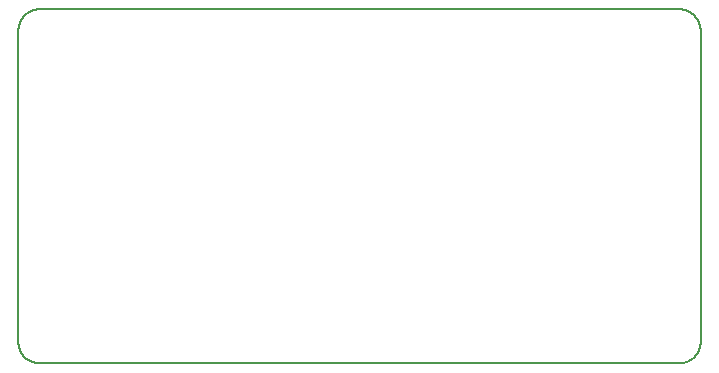
<source format=gm1>
G04 MADE WITH FRITZING*
G04 WWW.FRITZING.ORG*
G04 DOUBLE SIDED*
G04 HOLES PLATED*
G04 CONTOUR ON CENTER OF CONTOUR VECTOR*
%ASAXBY*%
%FSLAX23Y23*%
%MOIN*%
%OFA0B0*%
%SFA1.0B1.0*%
%ADD10C,0.008*%
%LNCONTOUR*%
G90*
G70*
G54D10*
X64Y1183D02*
X65Y1183D01*
X66Y1183D01*
X67Y1183D01*
X68Y1183D01*
X69Y1183D01*
X70Y1183D01*
X71Y1183D01*
X72Y1183D01*
X73Y1183D01*
X74Y1183D01*
X75Y1183D01*
X76Y1183D01*
X77Y1183D01*
X78Y1183D01*
X79Y1183D01*
X80Y1183D01*
X81Y1183D01*
X82Y1183D01*
X83Y1183D01*
X84Y1183D01*
X85Y1183D01*
X86Y1183D01*
X87Y1183D01*
X88Y1183D01*
X89Y1183D01*
X90Y1183D01*
X91Y1183D01*
X92Y1183D01*
X93Y1183D01*
X94Y1183D01*
X95Y1183D01*
X96Y1183D01*
X97Y1183D01*
X98Y1183D01*
X99Y1183D01*
X100Y1183D01*
X101Y1183D01*
X102Y1183D01*
X103Y1183D01*
X104Y1183D01*
X105Y1183D01*
X106Y1183D01*
X107Y1183D01*
X108Y1183D01*
X109Y1183D01*
X110Y1183D01*
X111Y1183D01*
X112Y1183D01*
X113Y1183D01*
X114Y1183D01*
X115Y1183D01*
X116Y1183D01*
X117Y1183D01*
X118Y1183D01*
X119Y1183D01*
X120Y1183D01*
X121Y1183D01*
X122Y1183D01*
X123Y1183D01*
X124Y1183D01*
X125Y1183D01*
X126Y1183D01*
X127Y1183D01*
X128Y1183D01*
X129Y1183D01*
X130Y1183D01*
X131Y1183D01*
X132Y1183D01*
X133Y1183D01*
X134Y1183D01*
X135Y1183D01*
X136Y1183D01*
X137Y1183D01*
X138Y1183D01*
X139Y1183D01*
X140Y1183D01*
X141Y1183D01*
X142Y1183D01*
X143Y1183D01*
X144Y1183D01*
X145Y1183D01*
X146Y1183D01*
X147Y1183D01*
X148Y1183D01*
X149Y1183D01*
X150Y1183D01*
X151Y1183D01*
X152Y1183D01*
X153Y1183D01*
X154Y1183D01*
X155Y1183D01*
X156Y1183D01*
X157Y1183D01*
X158Y1183D01*
X159Y1183D01*
X160Y1183D01*
X161Y1183D01*
X162Y1183D01*
X163Y1183D01*
X164Y1183D01*
X165Y1183D01*
X166Y1183D01*
X167Y1183D01*
X168Y1183D01*
X169Y1183D01*
X170Y1183D01*
X171Y1183D01*
X172Y1183D01*
X173Y1183D01*
X174Y1183D01*
X175Y1183D01*
X176Y1183D01*
X177Y1183D01*
X178Y1183D01*
X179Y1183D01*
X180Y1183D01*
X181Y1183D01*
X182Y1183D01*
X183Y1183D01*
X184Y1183D01*
X185Y1183D01*
X186Y1183D01*
X187Y1183D01*
X188Y1183D01*
X189Y1183D01*
X190Y1183D01*
X191Y1183D01*
X192Y1183D01*
X193Y1183D01*
X194Y1183D01*
X195Y1183D01*
X196Y1183D01*
X197Y1183D01*
X198Y1183D01*
X199Y1183D01*
X200Y1183D01*
X201Y1183D01*
X202Y1183D01*
X203Y1183D01*
X204Y1183D01*
X205Y1183D01*
X206Y1183D01*
X207Y1183D01*
X208Y1183D01*
X209Y1183D01*
X210Y1183D01*
X211Y1183D01*
X212Y1183D01*
X213Y1183D01*
X214Y1183D01*
X215Y1183D01*
X216Y1183D01*
X217Y1183D01*
X218Y1183D01*
X219Y1183D01*
X220Y1183D01*
X221Y1183D01*
X222Y1183D01*
X223Y1183D01*
X224Y1183D01*
X225Y1183D01*
X226Y1183D01*
X227Y1183D01*
X228Y1183D01*
X229Y1183D01*
X230Y1183D01*
X231Y1183D01*
X232Y1183D01*
X233Y1183D01*
X234Y1183D01*
X235Y1183D01*
X236Y1183D01*
X237Y1183D01*
X238Y1183D01*
X239Y1183D01*
X240Y1183D01*
X241Y1183D01*
X242Y1183D01*
X243Y1183D01*
X244Y1183D01*
X245Y1183D01*
X246Y1183D01*
X247Y1183D01*
X248Y1183D01*
X249Y1183D01*
X250Y1183D01*
X251Y1183D01*
X252Y1183D01*
X253Y1183D01*
X254Y1183D01*
X255Y1183D01*
X256Y1183D01*
X257Y1183D01*
X258Y1183D01*
X259Y1183D01*
X260Y1183D01*
X261Y1183D01*
X262Y1183D01*
X263Y1183D01*
X264Y1183D01*
X265Y1183D01*
X266Y1183D01*
X267Y1183D01*
X268Y1183D01*
X269Y1183D01*
X270Y1183D01*
X271Y1183D01*
X272Y1183D01*
X273Y1183D01*
X274Y1183D01*
X275Y1183D01*
X276Y1183D01*
X277Y1183D01*
X278Y1183D01*
X279Y1183D01*
X280Y1183D01*
X281Y1183D01*
X282Y1183D01*
X283Y1183D01*
X284Y1183D01*
X285Y1183D01*
X286Y1183D01*
X287Y1183D01*
X288Y1183D01*
X289Y1183D01*
X290Y1183D01*
X291Y1183D01*
X292Y1183D01*
X293Y1183D01*
X294Y1183D01*
X295Y1183D01*
X296Y1183D01*
X297Y1183D01*
X298Y1183D01*
X299Y1183D01*
X300Y1183D01*
X301Y1183D01*
X302Y1183D01*
X303Y1183D01*
X304Y1183D01*
X305Y1183D01*
X306Y1183D01*
X307Y1183D01*
X308Y1183D01*
X309Y1183D01*
X310Y1183D01*
X311Y1183D01*
X312Y1183D01*
X313Y1183D01*
X314Y1183D01*
X315Y1183D01*
X316Y1183D01*
X317Y1183D01*
X318Y1183D01*
X319Y1183D01*
X320Y1183D01*
X321Y1183D01*
X322Y1183D01*
X323Y1183D01*
X324Y1183D01*
X325Y1183D01*
X326Y1183D01*
X327Y1183D01*
X328Y1183D01*
X329Y1183D01*
X330Y1183D01*
X331Y1183D01*
X332Y1183D01*
X333Y1183D01*
X334Y1183D01*
X335Y1183D01*
X336Y1183D01*
X337Y1183D01*
X338Y1183D01*
X339Y1183D01*
X340Y1183D01*
X341Y1183D01*
X342Y1183D01*
X343Y1183D01*
X344Y1183D01*
X345Y1183D01*
X346Y1183D01*
X347Y1183D01*
X348Y1183D01*
X349Y1183D01*
X350Y1183D01*
X351Y1183D01*
X352Y1183D01*
X353Y1183D01*
X354Y1183D01*
X355Y1183D01*
X356Y1183D01*
X357Y1183D01*
X358Y1183D01*
X359Y1183D01*
X360Y1183D01*
X361Y1183D01*
X362Y1183D01*
X363Y1183D01*
X364Y1183D01*
X365Y1183D01*
X366Y1183D01*
X367Y1183D01*
X368Y1183D01*
X369Y1183D01*
X370Y1183D01*
X371Y1183D01*
X372Y1183D01*
X373Y1183D01*
X374Y1183D01*
X375Y1183D01*
X376Y1183D01*
X377Y1183D01*
X378Y1183D01*
X379Y1183D01*
X380Y1183D01*
X381Y1183D01*
X382Y1183D01*
X383Y1183D01*
X384Y1183D01*
X385Y1183D01*
X386Y1183D01*
X387Y1183D01*
X388Y1183D01*
X389Y1183D01*
X390Y1183D01*
X391Y1183D01*
X392Y1183D01*
X393Y1183D01*
X394Y1183D01*
X395Y1183D01*
X396Y1183D01*
X397Y1183D01*
X398Y1183D01*
X399Y1183D01*
X400Y1183D01*
X401Y1183D01*
X402Y1183D01*
X403Y1183D01*
X404Y1183D01*
X405Y1183D01*
X406Y1183D01*
X407Y1183D01*
X408Y1183D01*
X409Y1183D01*
X410Y1183D01*
X411Y1183D01*
X412Y1183D01*
X413Y1183D01*
X414Y1183D01*
X415Y1183D01*
X416Y1183D01*
X417Y1183D01*
X418Y1183D01*
X419Y1183D01*
X420Y1183D01*
X421Y1183D01*
X422Y1183D01*
X423Y1183D01*
X424Y1183D01*
X425Y1183D01*
X426Y1183D01*
X427Y1183D01*
X428Y1183D01*
X429Y1183D01*
X430Y1183D01*
X431Y1183D01*
X432Y1183D01*
X433Y1183D01*
X434Y1183D01*
X435Y1183D01*
X436Y1183D01*
X437Y1183D01*
X438Y1183D01*
X439Y1183D01*
X440Y1183D01*
X441Y1183D01*
X442Y1183D01*
X443Y1183D01*
X444Y1183D01*
X445Y1183D01*
X446Y1183D01*
X447Y1183D01*
X448Y1183D01*
X449Y1183D01*
X450Y1183D01*
X451Y1183D01*
X452Y1183D01*
X453Y1183D01*
X454Y1183D01*
X455Y1183D01*
X456Y1183D01*
X457Y1183D01*
X458Y1183D01*
X459Y1183D01*
X460Y1183D01*
X461Y1183D01*
X462Y1183D01*
X463Y1183D01*
X464Y1183D01*
X465Y1183D01*
X466Y1183D01*
X467Y1183D01*
X468Y1183D01*
X469Y1183D01*
X470Y1183D01*
X471Y1183D01*
X472Y1183D01*
X473Y1183D01*
X474Y1183D01*
X475Y1183D01*
X476Y1183D01*
X477Y1183D01*
X478Y1183D01*
X479Y1183D01*
X480Y1183D01*
X481Y1183D01*
X482Y1183D01*
X483Y1183D01*
X484Y1183D01*
X485Y1183D01*
X486Y1183D01*
X487Y1183D01*
X488Y1183D01*
X489Y1183D01*
X490Y1183D01*
X491Y1183D01*
X492Y1183D01*
X493Y1183D01*
X494Y1183D01*
X495Y1183D01*
X496Y1183D01*
X497Y1183D01*
X498Y1183D01*
X499Y1183D01*
X500Y1183D01*
X501Y1183D01*
X502Y1183D01*
X503Y1183D01*
X504Y1183D01*
X505Y1183D01*
X506Y1183D01*
X507Y1183D01*
X508Y1183D01*
X509Y1183D01*
X510Y1183D01*
X511Y1183D01*
X512Y1183D01*
X513Y1183D01*
X514Y1183D01*
X515Y1183D01*
X516Y1183D01*
X517Y1183D01*
X518Y1183D01*
X519Y1183D01*
X520Y1183D01*
X521Y1183D01*
X522Y1183D01*
X523Y1183D01*
X524Y1183D01*
X525Y1183D01*
X526Y1183D01*
X527Y1183D01*
X528Y1183D01*
X529Y1183D01*
X530Y1183D01*
X531Y1183D01*
X532Y1183D01*
X533Y1183D01*
X534Y1183D01*
X535Y1183D01*
X536Y1183D01*
X537Y1183D01*
X538Y1183D01*
X539Y1183D01*
X540Y1183D01*
X541Y1183D01*
X542Y1183D01*
X543Y1183D01*
X544Y1183D01*
X545Y1183D01*
X546Y1183D01*
X547Y1183D01*
X548Y1183D01*
X549Y1183D01*
X550Y1183D01*
X551Y1183D01*
X552Y1183D01*
X553Y1183D01*
X554Y1183D01*
X555Y1183D01*
X556Y1183D01*
X557Y1183D01*
X558Y1183D01*
X559Y1183D01*
X560Y1183D01*
X561Y1183D01*
X562Y1183D01*
X563Y1183D01*
X564Y1183D01*
X565Y1183D01*
X566Y1183D01*
X567Y1183D01*
X568Y1183D01*
X569Y1183D01*
X570Y1183D01*
X571Y1183D01*
X572Y1183D01*
X573Y1183D01*
X574Y1183D01*
X575Y1183D01*
X576Y1183D01*
X577Y1183D01*
X578Y1183D01*
X579Y1183D01*
X580Y1183D01*
X581Y1183D01*
X582Y1183D01*
X583Y1183D01*
X584Y1183D01*
X585Y1183D01*
X586Y1183D01*
X587Y1183D01*
X588Y1183D01*
X589Y1183D01*
X590Y1183D01*
X591Y1183D01*
X592Y1183D01*
X593Y1183D01*
X594Y1183D01*
X595Y1183D01*
X596Y1183D01*
X597Y1183D01*
X598Y1183D01*
X599Y1183D01*
X600Y1183D01*
X601Y1183D01*
X602Y1183D01*
X603Y1183D01*
X604Y1183D01*
X605Y1183D01*
X606Y1183D01*
X607Y1183D01*
X608Y1183D01*
X609Y1183D01*
X610Y1183D01*
X611Y1183D01*
X612Y1183D01*
X613Y1183D01*
X614Y1183D01*
X615Y1183D01*
X616Y1183D01*
X617Y1183D01*
X618Y1183D01*
X619Y1183D01*
X620Y1183D01*
X621Y1183D01*
X622Y1183D01*
X623Y1183D01*
X624Y1183D01*
X625Y1183D01*
X626Y1183D01*
X627Y1183D01*
X628Y1183D01*
X629Y1183D01*
X630Y1183D01*
X631Y1183D01*
X632Y1183D01*
X633Y1183D01*
X634Y1183D01*
X635Y1183D01*
X636Y1183D01*
X637Y1183D01*
X638Y1183D01*
X639Y1183D01*
X640Y1183D01*
X641Y1183D01*
X642Y1183D01*
X643Y1183D01*
X644Y1183D01*
X645Y1183D01*
X646Y1183D01*
X647Y1183D01*
X648Y1183D01*
X649Y1183D01*
X650Y1183D01*
X651Y1183D01*
X652Y1183D01*
X653Y1183D01*
X654Y1183D01*
X655Y1183D01*
X656Y1183D01*
X657Y1183D01*
X658Y1183D01*
X659Y1183D01*
X660Y1183D01*
X661Y1183D01*
X662Y1183D01*
X663Y1183D01*
X664Y1183D01*
X665Y1183D01*
X666Y1183D01*
X667Y1183D01*
X668Y1183D01*
X669Y1183D01*
X670Y1183D01*
X671Y1183D01*
X672Y1183D01*
X673Y1183D01*
X674Y1183D01*
X675Y1183D01*
X676Y1183D01*
X677Y1183D01*
X678Y1183D01*
X679Y1183D01*
X680Y1183D01*
X681Y1183D01*
X682Y1183D01*
X683Y1183D01*
X684Y1183D01*
X685Y1183D01*
X686Y1183D01*
X687Y1183D01*
X688Y1183D01*
X689Y1183D01*
X690Y1183D01*
X691Y1183D01*
X692Y1183D01*
X693Y1183D01*
X694Y1183D01*
X695Y1183D01*
X696Y1183D01*
X697Y1183D01*
X698Y1183D01*
X699Y1183D01*
X700Y1183D01*
X701Y1183D01*
X702Y1183D01*
X703Y1183D01*
X704Y1183D01*
X705Y1183D01*
X706Y1183D01*
X707Y1183D01*
X708Y1183D01*
X709Y1183D01*
X710Y1183D01*
X711Y1183D01*
X712Y1183D01*
X713Y1183D01*
X714Y1183D01*
X715Y1183D01*
X716Y1183D01*
X717Y1183D01*
X718Y1183D01*
X719Y1183D01*
X720Y1183D01*
X721Y1183D01*
X722Y1183D01*
X723Y1183D01*
X724Y1183D01*
X725Y1183D01*
X726Y1183D01*
X727Y1183D01*
X728Y1183D01*
X729Y1183D01*
X730Y1183D01*
X731Y1183D01*
X732Y1183D01*
X733Y1183D01*
X734Y1183D01*
X735Y1183D01*
X736Y1183D01*
X737Y1183D01*
X738Y1183D01*
X739Y1183D01*
X740Y1183D01*
X741Y1183D01*
X742Y1183D01*
X743Y1183D01*
X744Y1183D01*
X745Y1183D01*
X746Y1183D01*
X747Y1183D01*
X748Y1183D01*
X749Y1183D01*
X750Y1183D01*
X751Y1183D01*
X752Y1183D01*
X753Y1183D01*
X754Y1183D01*
X755Y1183D01*
X756Y1183D01*
X757Y1183D01*
X758Y1183D01*
X759Y1183D01*
X760Y1183D01*
X761Y1183D01*
X762Y1183D01*
X763Y1183D01*
X764Y1183D01*
X765Y1183D01*
X766Y1183D01*
X767Y1183D01*
X768Y1183D01*
X769Y1183D01*
X770Y1183D01*
X771Y1183D01*
X772Y1183D01*
X773Y1183D01*
X774Y1183D01*
X775Y1183D01*
X776Y1183D01*
X777Y1183D01*
X778Y1183D01*
X779Y1183D01*
X780Y1183D01*
X781Y1183D01*
X782Y1183D01*
X783Y1183D01*
X784Y1183D01*
X785Y1183D01*
X786Y1183D01*
X787Y1183D01*
X788Y1183D01*
X789Y1183D01*
X790Y1183D01*
X791Y1183D01*
X792Y1183D01*
X793Y1183D01*
X794Y1183D01*
X795Y1183D01*
X796Y1183D01*
X797Y1183D01*
X798Y1183D01*
X799Y1183D01*
X800Y1183D01*
X801Y1183D01*
X802Y1183D01*
X803Y1183D01*
X804Y1183D01*
X805Y1183D01*
X806Y1183D01*
X807Y1183D01*
X808Y1183D01*
X809Y1183D01*
X810Y1183D01*
X811Y1183D01*
X812Y1183D01*
X813Y1183D01*
X814Y1183D01*
X815Y1183D01*
X816Y1183D01*
X817Y1183D01*
X818Y1183D01*
X819Y1183D01*
X820Y1183D01*
X821Y1183D01*
X822Y1183D01*
X823Y1183D01*
X824Y1183D01*
X825Y1183D01*
X826Y1183D01*
X827Y1183D01*
X828Y1183D01*
X829Y1183D01*
X830Y1183D01*
X831Y1183D01*
X832Y1183D01*
X833Y1183D01*
X834Y1183D01*
X835Y1183D01*
X836Y1183D01*
X837Y1183D01*
X838Y1183D01*
X839Y1183D01*
X840Y1183D01*
X841Y1183D01*
X842Y1183D01*
X843Y1183D01*
X844Y1183D01*
X845Y1183D01*
X846Y1183D01*
X847Y1183D01*
X848Y1183D01*
X849Y1183D01*
X850Y1183D01*
X851Y1183D01*
X852Y1183D01*
X853Y1183D01*
X854Y1183D01*
X855Y1183D01*
X856Y1183D01*
X857Y1183D01*
X858Y1183D01*
X859Y1183D01*
X860Y1183D01*
X861Y1183D01*
X862Y1183D01*
X863Y1183D01*
X864Y1183D01*
X865Y1183D01*
X866Y1183D01*
X867Y1183D01*
X868Y1183D01*
X869Y1183D01*
X870Y1183D01*
X871Y1183D01*
X872Y1183D01*
X873Y1183D01*
X874Y1183D01*
X875Y1183D01*
X876Y1183D01*
X877Y1183D01*
X878Y1183D01*
X879Y1183D01*
X880Y1183D01*
X881Y1183D01*
X882Y1183D01*
X883Y1183D01*
X884Y1183D01*
X885Y1183D01*
X886Y1183D01*
X887Y1183D01*
X888Y1183D01*
X889Y1183D01*
X890Y1183D01*
X891Y1183D01*
X892Y1183D01*
X893Y1183D01*
X894Y1183D01*
X895Y1183D01*
X896Y1183D01*
X897Y1183D01*
X898Y1183D01*
X899Y1183D01*
X900Y1183D01*
X901Y1183D01*
X902Y1183D01*
X903Y1183D01*
X904Y1183D01*
X905Y1183D01*
X906Y1183D01*
X907Y1183D01*
X908Y1183D01*
X909Y1183D01*
X910Y1183D01*
X911Y1183D01*
X912Y1183D01*
X913Y1183D01*
X914Y1183D01*
X915Y1183D01*
X916Y1183D01*
X917Y1183D01*
X918Y1183D01*
X919Y1183D01*
X920Y1183D01*
X921Y1183D01*
X922Y1183D01*
X923Y1183D01*
X924Y1183D01*
X925Y1183D01*
X926Y1183D01*
X927Y1183D01*
X928Y1183D01*
X929Y1183D01*
X930Y1183D01*
X931Y1183D01*
X932Y1183D01*
X933Y1183D01*
X934Y1183D01*
X935Y1183D01*
X936Y1183D01*
X937Y1183D01*
X938Y1183D01*
X939Y1183D01*
X940Y1183D01*
X941Y1183D01*
X942Y1183D01*
X943Y1183D01*
X944Y1183D01*
X945Y1183D01*
X946Y1183D01*
X947Y1183D01*
X948Y1183D01*
X949Y1183D01*
X950Y1183D01*
X951Y1183D01*
X952Y1183D01*
X953Y1183D01*
X954Y1183D01*
X955Y1183D01*
X956Y1183D01*
X957Y1183D01*
X958Y1183D01*
X959Y1183D01*
X960Y1183D01*
X961Y1183D01*
X962Y1183D01*
X963Y1183D01*
X964Y1183D01*
X965Y1183D01*
X966Y1183D01*
X967Y1183D01*
X968Y1183D01*
X969Y1183D01*
X970Y1183D01*
X971Y1183D01*
X972Y1183D01*
X973Y1183D01*
X974Y1183D01*
X975Y1183D01*
X976Y1183D01*
X977Y1183D01*
X978Y1183D01*
X979Y1183D01*
X980Y1183D01*
X981Y1183D01*
X982Y1183D01*
X983Y1183D01*
X984Y1183D01*
X985Y1183D01*
X986Y1183D01*
X987Y1183D01*
X988Y1183D01*
X989Y1183D01*
X990Y1183D01*
X991Y1183D01*
X992Y1183D01*
X993Y1183D01*
X994Y1183D01*
X995Y1183D01*
X996Y1183D01*
X997Y1183D01*
X998Y1183D01*
X999Y1183D01*
X1000Y1183D01*
X1001Y1183D01*
X1002Y1183D01*
X1003Y1183D01*
X1004Y1183D01*
X1005Y1183D01*
X1006Y1183D01*
X1007Y1183D01*
X1008Y1183D01*
X1009Y1183D01*
X1010Y1183D01*
X1011Y1183D01*
X1012Y1183D01*
X1013Y1183D01*
X1014Y1183D01*
X1015Y1183D01*
X1016Y1183D01*
X1017Y1183D01*
X1018Y1183D01*
X1019Y1183D01*
X1020Y1183D01*
X1021Y1183D01*
X1022Y1183D01*
X1023Y1183D01*
X1024Y1183D01*
X1025Y1183D01*
X1026Y1183D01*
X1027Y1183D01*
X1028Y1183D01*
X1029Y1183D01*
X1030Y1183D01*
X1031Y1183D01*
X1032Y1183D01*
X1033Y1183D01*
X1034Y1183D01*
X1035Y1183D01*
X1036Y1183D01*
X1037Y1183D01*
X1038Y1183D01*
X1039Y1183D01*
X1040Y1183D01*
X1041Y1183D01*
X1042Y1183D01*
X1043Y1183D01*
X1044Y1183D01*
X1045Y1183D01*
X1046Y1183D01*
X1047Y1183D01*
X1048Y1183D01*
X1049Y1183D01*
X1050Y1183D01*
X1051Y1183D01*
X1052Y1183D01*
X1053Y1183D01*
X1054Y1183D01*
X1055Y1183D01*
X1056Y1183D01*
X1057Y1183D01*
X1058Y1183D01*
X1059Y1183D01*
X1060Y1183D01*
X1061Y1183D01*
X1062Y1183D01*
X1063Y1183D01*
X1064Y1183D01*
X1065Y1183D01*
X1066Y1183D01*
X1067Y1183D01*
X1068Y1183D01*
X1069Y1183D01*
X1070Y1183D01*
X1071Y1183D01*
X1072Y1183D01*
X1073Y1183D01*
X1074Y1183D01*
X1075Y1183D01*
X1076Y1183D01*
X1077Y1183D01*
X1078Y1183D01*
X1079Y1183D01*
X1080Y1183D01*
X1081Y1183D01*
X1082Y1183D01*
X1083Y1183D01*
X1084Y1183D01*
X1085Y1183D01*
X1086Y1183D01*
X1087Y1183D01*
X1088Y1183D01*
X1089Y1183D01*
X1090Y1183D01*
X1091Y1183D01*
X1092Y1183D01*
X1093Y1183D01*
X1094Y1183D01*
X1095Y1183D01*
X1096Y1183D01*
X1097Y1183D01*
X1098Y1183D01*
X1099Y1183D01*
X1100Y1183D01*
X1101Y1183D01*
X1102Y1183D01*
X1103Y1183D01*
X1104Y1183D01*
X1105Y1183D01*
X1106Y1183D01*
X1107Y1183D01*
X1108Y1183D01*
X1109Y1183D01*
X1110Y1183D01*
X1111Y1183D01*
X1112Y1183D01*
X1113Y1183D01*
X1114Y1183D01*
X1115Y1183D01*
X1116Y1183D01*
X1117Y1183D01*
X1118Y1183D01*
X1119Y1183D01*
X1120Y1183D01*
X1121Y1183D01*
X1122Y1183D01*
X1123Y1183D01*
X1124Y1183D01*
X1125Y1183D01*
X1126Y1183D01*
X1127Y1183D01*
X1128Y1183D01*
X1129Y1183D01*
X1130Y1183D01*
X1131Y1183D01*
X1132Y1183D01*
X1133Y1183D01*
X1134Y1183D01*
X1135Y1183D01*
X1136Y1183D01*
X1137Y1183D01*
X1138Y1183D01*
X1139Y1183D01*
X1140Y1183D01*
X1141Y1183D01*
X1142Y1183D01*
X1143Y1183D01*
X1144Y1183D01*
X1145Y1183D01*
X1146Y1183D01*
X1147Y1183D01*
X1148Y1183D01*
X1149Y1183D01*
X1150Y1183D01*
X1151Y1183D01*
X1152Y1183D01*
X1153Y1183D01*
X1154Y1183D01*
X1155Y1183D01*
X1156Y1183D01*
X1157Y1183D01*
X1158Y1183D01*
X1159Y1183D01*
X1160Y1183D01*
X1161Y1183D01*
X1162Y1183D01*
X1163Y1183D01*
X1164Y1183D01*
X1165Y1183D01*
X1166Y1183D01*
X1167Y1183D01*
X1168Y1183D01*
X1169Y1183D01*
X1170Y1183D01*
X1171Y1183D01*
X1172Y1183D01*
X1173Y1183D01*
X1174Y1183D01*
X1175Y1183D01*
X1176Y1183D01*
X1177Y1183D01*
X1178Y1183D01*
X1179Y1183D01*
X1180Y1183D01*
X1181Y1183D01*
X1182Y1183D01*
X1183Y1183D01*
X1184Y1183D01*
X1185Y1183D01*
X1186Y1183D01*
X1187Y1183D01*
X1188Y1183D01*
X1189Y1183D01*
X1190Y1183D01*
X1191Y1183D01*
X1192Y1183D01*
X1193Y1183D01*
X1194Y1183D01*
X1195Y1183D01*
X1196Y1183D01*
X1197Y1183D01*
X1198Y1183D01*
X1199Y1183D01*
X1200Y1183D01*
X1201Y1183D01*
X1202Y1183D01*
X1203Y1183D01*
X1204Y1183D01*
X1205Y1183D01*
X1206Y1183D01*
X1207Y1183D01*
X1208Y1183D01*
X1209Y1183D01*
X1210Y1183D01*
X1211Y1183D01*
X1212Y1183D01*
X1213Y1183D01*
X1214Y1183D01*
X1215Y1183D01*
X1216Y1183D01*
X1217Y1183D01*
X1218Y1183D01*
X1219Y1183D01*
X1220Y1183D01*
X1221Y1183D01*
X1222Y1183D01*
X1223Y1183D01*
X1224Y1183D01*
X1225Y1183D01*
X1226Y1183D01*
X1227Y1183D01*
X1228Y1183D01*
X1229Y1183D01*
X1230Y1183D01*
X1231Y1183D01*
X1232Y1183D01*
X1233Y1183D01*
X1234Y1183D01*
X1235Y1183D01*
X1236Y1183D01*
X1237Y1183D01*
X1238Y1183D01*
X1239Y1183D01*
X1240Y1183D01*
X1241Y1183D01*
X1242Y1183D01*
X1243Y1183D01*
X1244Y1183D01*
X1245Y1183D01*
X1246Y1183D01*
X1247Y1183D01*
X1248Y1183D01*
X1249Y1183D01*
X1250Y1183D01*
X1251Y1183D01*
X1252Y1183D01*
X1253Y1183D01*
X1254Y1183D01*
X1255Y1183D01*
X1256Y1183D01*
X1257Y1183D01*
X1258Y1183D01*
X1259Y1183D01*
X1260Y1183D01*
X1261Y1183D01*
X1262Y1183D01*
X1263Y1183D01*
X1264Y1183D01*
X1265Y1183D01*
X1266Y1183D01*
X1267Y1183D01*
X1268Y1183D01*
X1269Y1183D01*
X1270Y1183D01*
X1271Y1183D01*
X1272Y1183D01*
X1273Y1183D01*
X1274Y1183D01*
X1275Y1183D01*
X1276Y1183D01*
X1277Y1183D01*
X1278Y1183D01*
X1279Y1183D01*
X1280Y1183D01*
X1281Y1183D01*
X1282Y1183D01*
X1283Y1183D01*
X1284Y1183D01*
X1285Y1183D01*
X1286Y1183D01*
X1287Y1183D01*
X1288Y1183D01*
X1289Y1183D01*
X1290Y1183D01*
X1291Y1183D01*
X1292Y1183D01*
X1293Y1183D01*
X1294Y1183D01*
X1295Y1183D01*
X1296Y1183D01*
X1297Y1183D01*
X1298Y1183D01*
X1299Y1183D01*
X1300Y1183D01*
X1301Y1183D01*
X1302Y1183D01*
X1303Y1183D01*
X1304Y1183D01*
X1305Y1183D01*
X1306Y1183D01*
X1307Y1183D01*
X1308Y1183D01*
X1309Y1183D01*
X1310Y1183D01*
X1311Y1183D01*
X1312Y1183D01*
X1313Y1183D01*
X1314Y1183D01*
X1315Y1183D01*
X1316Y1183D01*
X1317Y1183D01*
X1318Y1183D01*
X1319Y1183D01*
X1320Y1183D01*
X1321Y1183D01*
X1322Y1183D01*
X1323Y1183D01*
X1324Y1183D01*
X1325Y1183D01*
X1326Y1183D01*
X1327Y1183D01*
X1328Y1183D01*
X1329Y1183D01*
X1330Y1183D01*
X1331Y1183D01*
X1332Y1183D01*
X1333Y1183D01*
X1334Y1183D01*
X1335Y1183D01*
X1336Y1183D01*
X1337Y1183D01*
X1338Y1183D01*
X1339Y1183D01*
X1340Y1183D01*
X1341Y1183D01*
X1342Y1183D01*
X1343Y1183D01*
X1344Y1183D01*
X1345Y1183D01*
X1346Y1183D01*
X1347Y1183D01*
X1348Y1183D01*
X1349Y1183D01*
X1350Y1183D01*
X1351Y1183D01*
X1352Y1183D01*
X1353Y1183D01*
X1354Y1183D01*
X1355Y1183D01*
X1356Y1183D01*
X1357Y1183D01*
X1358Y1183D01*
X1359Y1183D01*
X1360Y1183D01*
X1361Y1183D01*
X1362Y1183D01*
X1363Y1183D01*
X1364Y1183D01*
X1365Y1183D01*
X1366Y1183D01*
X1367Y1183D01*
X1368Y1183D01*
X1369Y1183D01*
X1370Y1183D01*
X1371Y1183D01*
X1372Y1183D01*
X1373Y1183D01*
X1374Y1183D01*
X1375Y1183D01*
X1376Y1183D01*
X1377Y1183D01*
X1378Y1183D01*
X1379Y1183D01*
X1380Y1183D01*
X1381Y1183D01*
X1382Y1183D01*
X1383Y1183D01*
X1384Y1183D01*
X1385Y1183D01*
X1386Y1183D01*
X1387Y1183D01*
X1388Y1183D01*
X1389Y1183D01*
X1390Y1183D01*
X1391Y1183D01*
X1392Y1183D01*
X1393Y1183D01*
X1394Y1183D01*
X1395Y1183D01*
X1396Y1183D01*
X1397Y1183D01*
X1398Y1183D01*
X1399Y1183D01*
X1400Y1183D01*
X1401Y1183D01*
X1402Y1183D01*
X1403Y1183D01*
X1404Y1183D01*
X1405Y1183D01*
X1406Y1183D01*
X1407Y1183D01*
X1408Y1183D01*
X1409Y1183D01*
X1410Y1183D01*
X1411Y1183D01*
X1412Y1183D01*
X1413Y1183D01*
X1414Y1183D01*
X1415Y1183D01*
X1416Y1183D01*
X1417Y1183D01*
X1418Y1183D01*
X1419Y1183D01*
X1420Y1183D01*
X1421Y1183D01*
X1422Y1183D01*
X1423Y1183D01*
X1424Y1183D01*
X1425Y1183D01*
X1426Y1183D01*
X1427Y1183D01*
X1428Y1183D01*
X1429Y1183D01*
X1430Y1183D01*
X1431Y1183D01*
X1432Y1183D01*
X1433Y1183D01*
X1434Y1183D01*
X1435Y1183D01*
X1436Y1183D01*
X1437Y1183D01*
X1438Y1183D01*
X1439Y1183D01*
X1440Y1183D01*
X1441Y1183D01*
X1442Y1183D01*
X1443Y1183D01*
X1444Y1183D01*
X1445Y1183D01*
X1446Y1183D01*
X1447Y1183D01*
X1448Y1183D01*
X1449Y1183D01*
X1450Y1183D01*
X1451Y1183D01*
X1452Y1183D01*
X1453Y1183D01*
X1454Y1183D01*
X1455Y1183D01*
X1456Y1183D01*
X1457Y1183D01*
X1458Y1183D01*
X1459Y1183D01*
X1460Y1183D01*
X1461Y1183D01*
X1462Y1183D01*
X1463Y1183D01*
X1464Y1183D01*
X1465Y1183D01*
X1466Y1183D01*
X1467Y1183D01*
X1468Y1183D01*
X1469Y1183D01*
X1470Y1183D01*
X1471Y1183D01*
X1472Y1183D01*
X1473Y1183D01*
X1474Y1183D01*
X1475Y1183D01*
X1476Y1183D01*
X1477Y1183D01*
X1478Y1183D01*
X1479Y1183D01*
X1480Y1183D01*
X1481Y1183D01*
X1482Y1183D01*
X1483Y1183D01*
X1484Y1183D01*
X1485Y1183D01*
X1486Y1183D01*
X1487Y1183D01*
X1488Y1183D01*
X1489Y1183D01*
X1490Y1183D01*
X1491Y1183D01*
X1492Y1183D01*
X1493Y1183D01*
X1494Y1183D01*
X1495Y1183D01*
X1496Y1183D01*
X1497Y1183D01*
X1498Y1183D01*
X1499Y1183D01*
X1500Y1183D01*
X1501Y1183D01*
X1502Y1183D01*
X1503Y1183D01*
X1504Y1183D01*
X1505Y1183D01*
X1506Y1183D01*
X1507Y1183D01*
X1508Y1183D01*
X1509Y1183D01*
X1510Y1183D01*
X1511Y1183D01*
X1512Y1183D01*
X1513Y1183D01*
X1514Y1183D01*
X1515Y1183D01*
X1516Y1183D01*
X1517Y1183D01*
X1518Y1183D01*
X1519Y1183D01*
X1520Y1183D01*
X1521Y1183D01*
X1522Y1183D01*
X1523Y1183D01*
X1524Y1183D01*
X1525Y1183D01*
X1526Y1183D01*
X1527Y1183D01*
X1528Y1183D01*
X1529Y1183D01*
X1530Y1183D01*
X1531Y1183D01*
X1532Y1183D01*
X1533Y1183D01*
X1534Y1183D01*
X1535Y1183D01*
X1536Y1183D01*
X1537Y1183D01*
X1538Y1183D01*
X1539Y1183D01*
X1540Y1183D01*
X1541Y1183D01*
X1542Y1183D01*
X1543Y1183D01*
X1544Y1183D01*
X1545Y1183D01*
X1546Y1183D01*
X1547Y1183D01*
X1548Y1183D01*
X1549Y1183D01*
X1550Y1183D01*
X1551Y1183D01*
X1552Y1183D01*
X1553Y1183D01*
X1554Y1183D01*
X1555Y1183D01*
X1556Y1183D01*
X1557Y1183D01*
X1558Y1183D01*
X1559Y1183D01*
X1560Y1183D01*
X1561Y1183D01*
X1562Y1183D01*
X1563Y1183D01*
X1564Y1183D01*
X1565Y1183D01*
X1566Y1183D01*
X1567Y1183D01*
X1568Y1183D01*
X1569Y1183D01*
X1570Y1183D01*
X1571Y1183D01*
X1572Y1183D01*
X1573Y1183D01*
X1574Y1183D01*
X1575Y1183D01*
X1576Y1183D01*
X1577Y1183D01*
X1578Y1183D01*
X1579Y1183D01*
X1580Y1183D01*
X1581Y1183D01*
X1582Y1183D01*
X1583Y1183D01*
X1584Y1183D01*
X1585Y1183D01*
X1586Y1183D01*
X1587Y1183D01*
X1588Y1183D01*
X1589Y1183D01*
X1590Y1183D01*
X1591Y1183D01*
X1592Y1183D01*
X1593Y1183D01*
X1594Y1183D01*
X1595Y1183D01*
X1596Y1183D01*
X1597Y1183D01*
X1598Y1183D01*
X1599Y1183D01*
X1600Y1183D01*
X1601Y1183D01*
X1602Y1183D01*
X1603Y1183D01*
X1604Y1183D01*
X1605Y1183D01*
X1606Y1183D01*
X1607Y1183D01*
X1608Y1183D01*
X1609Y1183D01*
X1610Y1183D01*
X1611Y1183D01*
X1612Y1183D01*
X1613Y1183D01*
X1614Y1183D01*
X1615Y1183D01*
X1616Y1183D01*
X1617Y1183D01*
X1618Y1183D01*
X1619Y1183D01*
X1620Y1183D01*
X1621Y1183D01*
X1622Y1183D01*
X1623Y1183D01*
X1624Y1183D01*
X1625Y1183D01*
X1626Y1183D01*
X1627Y1183D01*
X1628Y1183D01*
X1629Y1183D01*
X1630Y1183D01*
X1631Y1183D01*
X1632Y1183D01*
X1633Y1183D01*
X1634Y1183D01*
X1635Y1183D01*
X1636Y1183D01*
X1637Y1183D01*
X1638Y1183D01*
X1639Y1183D01*
X1640Y1183D01*
X1641Y1183D01*
X1642Y1183D01*
X1643Y1183D01*
X1644Y1183D01*
X1645Y1183D01*
X1646Y1183D01*
X1647Y1183D01*
X1648Y1183D01*
X1649Y1183D01*
X1650Y1183D01*
X1651Y1183D01*
X1652Y1183D01*
X1653Y1183D01*
X1654Y1183D01*
X1655Y1183D01*
X1656Y1183D01*
X1657Y1183D01*
X1658Y1183D01*
X1659Y1183D01*
X1660Y1183D01*
X1661Y1183D01*
X1662Y1183D01*
X1663Y1183D01*
X1664Y1183D01*
X1665Y1183D01*
X1666Y1183D01*
X1667Y1183D01*
X1668Y1183D01*
X1669Y1183D01*
X1670Y1183D01*
X1671Y1183D01*
X1672Y1183D01*
X1673Y1183D01*
X1674Y1183D01*
X1675Y1183D01*
X1676Y1183D01*
X1677Y1183D01*
X1678Y1183D01*
X1679Y1183D01*
X1680Y1183D01*
X1681Y1183D01*
X1682Y1183D01*
X1683Y1183D01*
X1684Y1183D01*
X1685Y1183D01*
X1686Y1183D01*
X1687Y1183D01*
X1688Y1183D01*
X1689Y1183D01*
X1690Y1183D01*
X1691Y1183D01*
X1692Y1183D01*
X1693Y1183D01*
X1694Y1183D01*
X1695Y1183D01*
X1696Y1183D01*
X1697Y1183D01*
X1698Y1183D01*
X1699Y1183D01*
X1700Y1183D01*
X1701Y1183D01*
X1702Y1183D01*
X1703Y1183D01*
X1704Y1183D01*
X1705Y1183D01*
X1706Y1183D01*
X1707Y1183D01*
X1708Y1183D01*
X1709Y1183D01*
X1710Y1183D01*
X1711Y1183D01*
X1712Y1183D01*
X1713Y1183D01*
X1714Y1183D01*
X1715Y1183D01*
X1716Y1183D01*
X1717Y1183D01*
X1718Y1183D01*
X1719Y1183D01*
X1720Y1183D01*
X1721Y1183D01*
X1722Y1183D01*
X1723Y1183D01*
X1724Y1183D01*
X1725Y1183D01*
X1726Y1183D01*
X1727Y1183D01*
X1728Y1183D01*
X1729Y1183D01*
X1730Y1183D01*
X1731Y1183D01*
X1732Y1183D01*
X1733Y1183D01*
X1734Y1183D01*
X1735Y1183D01*
X1736Y1183D01*
X1737Y1183D01*
X1738Y1183D01*
X1739Y1183D01*
X1740Y1183D01*
X1741Y1183D01*
X1742Y1183D01*
X1743Y1183D01*
X1744Y1183D01*
X1745Y1183D01*
X1746Y1183D01*
X1747Y1183D01*
X1748Y1183D01*
X1749Y1183D01*
X1750Y1183D01*
X1751Y1183D01*
X1752Y1183D01*
X1753Y1183D01*
X1754Y1183D01*
X1755Y1183D01*
X1756Y1183D01*
X1757Y1183D01*
X1758Y1183D01*
X1759Y1183D01*
X1760Y1183D01*
X1761Y1183D01*
X1762Y1183D01*
X1763Y1183D01*
X1764Y1183D01*
X1765Y1183D01*
X1766Y1183D01*
X1767Y1183D01*
X1768Y1183D01*
X1769Y1183D01*
X1770Y1183D01*
X1771Y1183D01*
X1772Y1183D01*
X1773Y1183D01*
X1774Y1183D01*
X1775Y1183D01*
X1776Y1183D01*
X1777Y1183D01*
X1778Y1183D01*
X1779Y1183D01*
X1780Y1183D01*
X1781Y1183D01*
X1782Y1183D01*
X1783Y1183D01*
X1784Y1183D01*
X1785Y1183D01*
X1786Y1183D01*
X1787Y1183D01*
X1788Y1183D01*
X1789Y1183D01*
X1790Y1183D01*
X1791Y1183D01*
X1792Y1183D01*
X1793Y1183D01*
X1794Y1183D01*
X1795Y1183D01*
X1796Y1183D01*
X1797Y1183D01*
X1798Y1183D01*
X1799Y1183D01*
X1800Y1183D01*
X1801Y1183D01*
X1802Y1183D01*
X1803Y1183D01*
X1804Y1183D01*
X1805Y1183D01*
X1806Y1183D01*
X1807Y1183D01*
X1808Y1183D01*
X1809Y1183D01*
X1810Y1183D01*
X1811Y1183D01*
X1812Y1183D01*
X1813Y1183D01*
X1814Y1183D01*
X1815Y1183D01*
X1816Y1183D01*
X1817Y1183D01*
X1818Y1183D01*
X1819Y1183D01*
X1820Y1183D01*
X1821Y1183D01*
X1822Y1183D01*
X1823Y1183D01*
X1824Y1183D01*
X1825Y1183D01*
X1826Y1183D01*
X1827Y1183D01*
X1828Y1183D01*
X1829Y1183D01*
X1830Y1183D01*
X1831Y1183D01*
X1832Y1183D01*
X1833Y1183D01*
X1834Y1183D01*
X1835Y1183D01*
X1836Y1183D01*
X1837Y1183D01*
X1838Y1183D01*
X1839Y1183D01*
X1840Y1183D01*
X1841Y1183D01*
X1842Y1183D01*
X1843Y1183D01*
X1844Y1183D01*
X1845Y1183D01*
X1846Y1183D01*
X1847Y1183D01*
X1848Y1183D01*
X1849Y1183D01*
X1850Y1183D01*
X1851Y1183D01*
X1852Y1183D01*
X1853Y1183D01*
X1854Y1183D01*
X1855Y1183D01*
X1856Y1183D01*
X1857Y1183D01*
X1858Y1183D01*
X1859Y1183D01*
X1860Y1183D01*
X1861Y1183D01*
X1862Y1183D01*
X1863Y1183D01*
X1864Y1183D01*
X1865Y1183D01*
X1866Y1183D01*
X1867Y1183D01*
X1868Y1183D01*
X1869Y1183D01*
X1870Y1183D01*
X1871Y1183D01*
X1872Y1183D01*
X1873Y1183D01*
X1874Y1183D01*
X1875Y1183D01*
X1876Y1183D01*
X1877Y1183D01*
X1878Y1183D01*
X1879Y1183D01*
X1880Y1183D01*
X1881Y1183D01*
X1882Y1183D01*
X1883Y1183D01*
X1884Y1183D01*
X1885Y1183D01*
X1886Y1183D01*
X1887Y1183D01*
X1888Y1183D01*
X1889Y1183D01*
X1890Y1183D01*
X1891Y1183D01*
X1892Y1183D01*
X1893Y1183D01*
X1894Y1183D01*
X1895Y1183D01*
X1896Y1183D01*
X1897Y1183D01*
X1898Y1183D01*
X1899Y1183D01*
X1900Y1183D01*
X1901Y1183D01*
X1902Y1183D01*
X1903Y1183D01*
X1904Y1183D01*
X1905Y1183D01*
X1906Y1183D01*
X1907Y1183D01*
X1908Y1183D01*
X1909Y1183D01*
X1910Y1183D01*
X1911Y1183D01*
X1912Y1183D01*
X1913Y1183D01*
X1914Y1183D01*
X1915Y1183D01*
X1916Y1183D01*
X1917Y1183D01*
X1918Y1183D01*
X1919Y1183D01*
X1920Y1183D01*
X1921Y1183D01*
X1922Y1183D01*
X1923Y1183D01*
X1924Y1183D01*
X1925Y1183D01*
X1926Y1183D01*
X1927Y1183D01*
X1928Y1183D01*
X1929Y1183D01*
X1930Y1183D01*
X1931Y1183D01*
X1932Y1183D01*
X1933Y1183D01*
X1934Y1183D01*
X1935Y1183D01*
X1936Y1183D01*
X1937Y1183D01*
X1938Y1183D01*
X1939Y1183D01*
X1940Y1183D01*
X1941Y1183D01*
X1942Y1183D01*
X1943Y1183D01*
X1944Y1183D01*
X1945Y1183D01*
X1946Y1183D01*
X1947Y1183D01*
X1948Y1183D01*
X1949Y1183D01*
X1950Y1183D01*
X1951Y1183D01*
X1952Y1183D01*
X1953Y1183D01*
X1954Y1183D01*
X1955Y1183D01*
X1956Y1183D01*
X1957Y1183D01*
X1958Y1183D01*
X1959Y1183D01*
X1960Y1183D01*
X1961Y1183D01*
X1962Y1183D01*
X1963Y1183D01*
X1964Y1183D01*
X1965Y1183D01*
X1966Y1183D01*
X1967Y1183D01*
X1968Y1183D01*
X1969Y1183D01*
X1970Y1183D01*
X1971Y1183D01*
X1972Y1183D01*
X1973Y1183D01*
X1974Y1183D01*
X1975Y1183D01*
X1976Y1183D01*
X1977Y1183D01*
X1978Y1183D01*
X1979Y1183D01*
X1980Y1183D01*
X1981Y1183D01*
X1982Y1183D01*
X1983Y1183D01*
X1984Y1183D01*
X1985Y1183D01*
X1986Y1183D01*
X1987Y1183D01*
X1988Y1183D01*
X1989Y1183D01*
X1990Y1183D01*
X1991Y1183D01*
X1992Y1183D01*
X1993Y1183D01*
X1994Y1183D01*
X1995Y1183D01*
X1996Y1183D01*
X1997Y1183D01*
X1998Y1183D01*
X1999Y1183D01*
X2000Y1183D01*
X2001Y1183D01*
X2002Y1183D01*
X2003Y1183D01*
X2004Y1183D01*
X2005Y1183D01*
X2006Y1183D01*
X2007Y1183D01*
X2008Y1183D01*
X2009Y1183D01*
X2010Y1183D01*
X2011Y1183D01*
X2012Y1183D01*
X2013Y1183D01*
X2014Y1183D01*
X2015Y1183D01*
X2016Y1183D01*
X2017Y1183D01*
X2018Y1183D01*
X2019Y1183D01*
X2020Y1183D01*
X2021Y1183D01*
X2022Y1183D01*
X2023Y1183D01*
X2024Y1183D01*
X2025Y1183D01*
X2026Y1183D01*
X2027Y1183D01*
X2028Y1183D01*
X2029Y1183D01*
X2030Y1183D01*
X2031Y1183D01*
X2032Y1183D01*
X2033Y1183D01*
X2034Y1183D01*
X2035Y1183D01*
X2036Y1183D01*
X2037Y1183D01*
X2038Y1183D01*
X2039Y1183D01*
X2040Y1183D01*
X2041Y1183D01*
X2042Y1183D01*
X2043Y1183D01*
X2044Y1183D01*
X2045Y1183D01*
X2046Y1183D01*
X2047Y1183D01*
X2048Y1183D01*
X2049Y1183D01*
X2050Y1183D01*
X2051Y1183D01*
X2052Y1183D01*
X2053Y1183D01*
X2054Y1183D01*
X2055Y1183D01*
X2056Y1183D01*
X2057Y1183D01*
X2058Y1183D01*
X2059Y1183D01*
X2060Y1183D01*
X2061Y1183D01*
X2062Y1183D01*
X2063Y1183D01*
X2064Y1183D01*
X2065Y1183D01*
X2066Y1183D01*
X2067Y1183D01*
X2068Y1183D01*
X2069Y1183D01*
X2070Y1183D01*
X2071Y1183D01*
X2072Y1183D01*
X2073Y1183D01*
X2074Y1183D01*
X2075Y1183D01*
X2076Y1183D01*
X2077Y1183D01*
X2078Y1183D01*
X2079Y1183D01*
X2080Y1183D01*
X2081Y1183D01*
X2082Y1183D01*
X2083Y1183D01*
X2084Y1183D01*
X2085Y1183D01*
X2086Y1183D01*
X2087Y1183D01*
X2088Y1183D01*
X2089Y1183D01*
X2090Y1183D01*
X2091Y1183D01*
X2092Y1183D01*
X2093Y1183D01*
X2094Y1183D01*
X2095Y1183D01*
X2096Y1183D01*
X2097Y1183D01*
X2098Y1183D01*
X2099Y1183D01*
X2100Y1183D01*
X2101Y1183D01*
X2102Y1183D01*
X2103Y1183D01*
X2104Y1183D01*
X2105Y1183D01*
X2106Y1183D01*
X2107Y1183D01*
X2108Y1183D01*
X2109Y1183D01*
X2110Y1183D01*
X2111Y1183D01*
X2112Y1183D01*
X2113Y1183D01*
X2114Y1183D01*
X2115Y1183D01*
X2116Y1183D01*
X2117Y1183D01*
X2118Y1183D01*
X2119Y1183D01*
X2120Y1183D01*
X2121Y1183D01*
X2122Y1183D01*
X2123Y1183D01*
X2124Y1183D01*
X2125Y1183D01*
X2126Y1183D01*
X2127Y1183D01*
X2128Y1183D01*
X2129Y1183D01*
X2130Y1183D01*
X2131Y1183D01*
X2132Y1183D01*
X2133Y1183D01*
X2134Y1183D01*
X2135Y1183D01*
X2136Y1183D01*
X2137Y1183D01*
X2138Y1183D01*
X2139Y1183D01*
X2140Y1183D01*
X2141Y1183D01*
X2142Y1183D01*
X2143Y1183D01*
X2144Y1183D01*
X2145Y1183D01*
X2146Y1183D01*
X2147Y1183D01*
X2148Y1183D01*
X2149Y1183D01*
X2150Y1183D01*
X2151Y1183D01*
X2152Y1183D01*
X2153Y1183D01*
X2154Y1183D01*
X2155Y1183D01*
X2156Y1183D01*
X2157Y1183D01*
X2158Y1183D01*
X2159Y1183D01*
X2160Y1183D01*
X2161Y1183D01*
X2162Y1183D01*
X2163Y1183D01*
X2164Y1183D01*
X2165Y1183D01*
X2166Y1183D01*
X2167Y1183D01*
X2168Y1183D01*
X2169Y1183D01*
X2170Y1183D01*
X2171Y1183D01*
X2172Y1183D01*
X2173Y1183D01*
X2174Y1183D01*
X2175Y1183D01*
X2176Y1183D01*
X2177Y1183D01*
X2178Y1183D01*
X2179Y1183D01*
X2180Y1183D01*
X2181Y1183D01*
X2182Y1183D01*
X2183Y1183D01*
X2184Y1183D01*
X2185Y1183D01*
X2186Y1183D01*
X2187Y1183D01*
X2188Y1183D01*
X2189Y1183D01*
X2190Y1183D01*
X2191Y1183D01*
X2192Y1183D01*
X2193Y1183D01*
X2194Y1183D01*
X2195Y1183D01*
X2196Y1183D01*
X2197Y1183D01*
X2198Y1183D01*
X2199Y1183D01*
X2200Y1183D01*
X2201Y1183D01*
X2202Y1183D01*
X2203Y1183D01*
X2204Y1183D01*
X2205Y1183D01*
X2206Y1183D01*
X2207Y1183D01*
X2208Y1183D01*
X2209Y1183D01*
X2210Y1183D01*
X2211Y1183D01*
X2212Y1183D01*
X2213Y1183D01*
X2214Y1183D01*
X2215Y1183D01*
X2216Y1183D01*
X2217Y1183D01*
X2218Y1183D01*
X2219Y1182D01*
X2220Y1182D01*
X2221Y1182D01*
X2222Y1182D01*
X2223Y1182D01*
X2224Y1182D01*
X2225Y1181D01*
X2226Y1181D01*
X2227Y1181D01*
X2228Y1181D01*
X2229Y1180D01*
X2230Y1180D01*
X2231Y1180D01*
X2232Y1179D01*
X2233Y1179D01*
X2234Y1179D01*
X2235Y1178D01*
X2236Y1178D01*
X2237Y1177D01*
X2238Y1177D01*
X2239Y1176D01*
X2240Y1176D01*
X2241Y1175D01*
X2242Y1175D01*
X2243Y1174D01*
X2244Y1174D01*
X2245Y1173D01*
X2246Y1172D01*
X2247Y1172D01*
X2248Y1171D01*
X2249Y1170D01*
X2250Y1170D01*
X2251Y1169D01*
X2252Y1168D01*
X2253Y1167D01*
X2254Y1167D01*
X2255Y1166D01*
X2256Y1165D01*
X2257Y1164D01*
X2258Y1163D01*
X2259Y1162D01*
X2260Y1161D01*
X2260Y1160D01*
X2261Y1159D01*
X2262Y1158D01*
X2263Y1157D01*
X2264Y1156D01*
X2264Y1155D01*
X2265Y1154D01*
X2266Y1153D01*
X2267Y1152D01*
X2267Y1151D01*
X2268Y1150D01*
X2268Y1149D01*
X2269Y1148D01*
X2269Y1147D01*
X2270Y1146D01*
X2270Y1145D01*
X2271Y1144D01*
X2271Y1143D01*
X2272Y1142D01*
X2272Y1141D01*
X2273Y1140D01*
X2273Y1138D01*
X2274Y1137D01*
X2274Y1136D01*
X2275Y1135D01*
X2275Y1132D01*
X2276Y1131D01*
X2276Y1128D01*
X2277Y1127D01*
X2277Y1122D01*
X2278Y1121D01*
X2278Y67D01*
X2277Y66D01*
X2277Y61D01*
X2276Y60D01*
X2276Y57D01*
X2275Y56D01*
X2275Y53D01*
X2274Y52D01*
X2274Y51D01*
X2273Y50D01*
X2273Y48D01*
X2272Y47D01*
X2272Y46D01*
X2271Y45D01*
X2271Y44D01*
X2270Y43D01*
X2270Y42D01*
X2269Y41D01*
X2269Y40D01*
X2268Y39D01*
X2268Y38D01*
X2267Y37D01*
X2267Y36D01*
X2266Y35D01*
X2265Y34D01*
X2264Y33D01*
X2264Y32D01*
X2263Y31D01*
X2262Y30D01*
X2261Y29D01*
X2260Y28D01*
X2260Y27D01*
X2259Y26D01*
X2258Y25D01*
X2257Y24D01*
X2256Y23D01*
X2255Y22D01*
X2254Y21D01*
X2253Y21D01*
X2252Y20D01*
X2251Y19D01*
X2250Y18D01*
X2249Y18D01*
X2248Y17D01*
X2247Y16D01*
X2246Y16D01*
X2245Y15D01*
X2244Y14D01*
X2243Y14D01*
X2242Y13D01*
X2241Y13D01*
X2240Y12D01*
X2239Y12D01*
X2238Y11D01*
X2237Y11D01*
X2236Y10D01*
X2235Y10D01*
X2234Y9D01*
X2233Y9D01*
X2232Y9D01*
X2231Y8D01*
X2230Y8D01*
X2229Y8D01*
X2228Y7D01*
X2227Y7D01*
X2226Y7D01*
X2225Y7D01*
X2224Y6D01*
X2223Y6D01*
X2222Y6D01*
X2221Y6D01*
X2220Y6D01*
X2219Y6D01*
X2218Y5D01*
X2217Y5D01*
X2216Y5D01*
X2215Y5D01*
X2214Y5D01*
X2213Y5D01*
X2212Y5D01*
X2211Y5D01*
X2210Y5D01*
X2209Y5D01*
X2208Y5D01*
X2207Y5D01*
X2206Y5D01*
X2205Y5D01*
X2204Y5D01*
X2203Y5D01*
X2202Y5D01*
X2201Y5D01*
X2200Y5D01*
X2199Y5D01*
X2198Y5D01*
X2197Y5D01*
X2196Y5D01*
X2195Y5D01*
X2194Y5D01*
X2193Y5D01*
X2192Y5D01*
X2191Y5D01*
X2190Y5D01*
X2189Y5D01*
X2188Y5D01*
X2187Y5D01*
X2186Y5D01*
X2185Y5D01*
X2184Y5D01*
X2183Y5D01*
X2182Y5D01*
X2181Y5D01*
X2180Y5D01*
X2179Y5D01*
X2178Y5D01*
X2177Y5D01*
X2176Y5D01*
X2175Y5D01*
X2174Y5D01*
X2173Y5D01*
X2172Y5D01*
X2171Y5D01*
X2170Y5D01*
X2169Y5D01*
X2168Y5D01*
X2167Y5D01*
X2166Y5D01*
X2165Y5D01*
X2164Y5D01*
X2163Y5D01*
X2162Y5D01*
X2161Y5D01*
X2160Y5D01*
X2159Y5D01*
X2158Y5D01*
X2157Y5D01*
X2156Y5D01*
X2155Y5D01*
X2154Y5D01*
X2153Y5D01*
X2152Y5D01*
X2151Y5D01*
X2150Y5D01*
X2149Y5D01*
X2148Y5D01*
X2147Y5D01*
X2146Y5D01*
X2145Y5D01*
X2144Y5D01*
X2143Y5D01*
X2142Y5D01*
X2141Y5D01*
X2140Y5D01*
X2139Y5D01*
X2138Y5D01*
X2137Y5D01*
X2136Y5D01*
X2135Y5D01*
X2134Y5D01*
X2133Y5D01*
X2132Y5D01*
X2131Y5D01*
X2130Y5D01*
X2129Y5D01*
X2128Y5D01*
X2127Y5D01*
X2126Y5D01*
X2125Y5D01*
X2124Y5D01*
X2123Y5D01*
X2122Y5D01*
X2121Y5D01*
X2120Y5D01*
X2119Y5D01*
X2118Y5D01*
X2117Y5D01*
X2116Y5D01*
X2115Y5D01*
X2114Y5D01*
X2113Y5D01*
X2112Y5D01*
X2111Y5D01*
X2110Y5D01*
X2109Y5D01*
X2108Y5D01*
X2107Y5D01*
X2106Y5D01*
X2105Y5D01*
X2104Y5D01*
X2103Y5D01*
X2102Y5D01*
X2101Y5D01*
X2100Y5D01*
X2099Y5D01*
X2098Y5D01*
X2097Y5D01*
X2096Y5D01*
X2095Y5D01*
X2094Y5D01*
X2093Y5D01*
X2092Y5D01*
X2091Y5D01*
X2090Y5D01*
X2089Y5D01*
X2088Y5D01*
X2087Y5D01*
X2086Y5D01*
X2085Y5D01*
X2084Y5D01*
X2083Y5D01*
X2082Y5D01*
X2081Y5D01*
X2080Y5D01*
X2079Y5D01*
X2078Y5D01*
X2077Y5D01*
X2076Y5D01*
X2075Y5D01*
X2074Y5D01*
X2073Y5D01*
X2072Y5D01*
X2071Y5D01*
X2070Y5D01*
X2069Y5D01*
X2068Y5D01*
X2067Y5D01*
X2066Y5D01*
X2065Y5D01*
X2064Y5D01*
X2063Y5D01*
X2062Y5D01*
X2061Y5D01*
X2060Y5D01*
X2059Y5D01*
X2058Y5D01*
X2057Y5D01*
X2056Y5D01*
X2055Y5D01*
X2054Y5D01*
X2053Y5D01*
X2052Y5D01*
X2051Y5D01*
X2050Y5D01*
X2049Y5D01*
X2048Y5D01*
X2047Y5D01*
X2046Y5D01*
X2045Y5D01*
X2044Y5D01*
X2043Y5D01*
X2042Y5D01*
X2041Y5D01*
X2040Y5D01*
X2039Y5D01*
X2038Y5D01*
X2037Y5D01*
X2036Y5D01*
X2035Y5D01*
X2034Y5D01*
X2033Y5D01*
X2032Y5D01*
X2031Y5D01*
X2030Y5D01*
X2029Y5D01*
X2028Y5D01*
X2027Y5D01*
X2026Y5D01*
X2025Y5D01*
X2024Y5D01*
X2023Y5D01*
X2022Y5D01*
X2021Y5D01*
X2020Y5D01*
X2019Y5D01*
X2018Y5D01*
X2017Y5D01*
X2016Y5D01*
X2015Y5D01*
X2014Y5D01*
X2013Y5D01*
X2012Y5D01*
X2011Y5D01*
X2010Y5D01*
X2009Y5D01*
X2008Y5D01*
X2007Y5D01*
X2006Y5D01*
X2005Y5D01*
X2004Y5D01*
X2003Y5D01*
X2002Y5D01*
X2001Y5D01*
X2000Y5D01*
X1999Y5D01*
X1998Y5D01*
X1997Y5D01*
X1996Y5D01*
X1995Y5D01*
X1994Y5D01*
X1993Y5D01*
X1992Y5D01*
X1991Y5D01*
X1990Y5D01*
X1989Y5D01*
X1988Y5D01*
X1987Y5D01*
X1986Y5D01*
X1985Y5D01*
X1984Y5D01*
X1983Y5D01*
X1982Y5D01*
X1981Y5D01*
X1980Y5D01*
X1979Y5D01*
X1978Y5D01*
X1977Y5D01*
X1976Y5D01*
X1975Y5D01*
X1974Y5D01*
X1973Y5D01*
X1972Y5D01*
X1971Y5D01*
X1970Y5D01*
X1969Y5D01*
X1968Y5D01*
X1967Y5D01*
X1966Y5D01*
X1965Y5D01*
X1964Y5D01*
X1963Y5D01*
X1962Y5D01*
X1961Y5D01*
X1960Y5D01*
X1959Y5D01*
X1958Y5D01*
X1957Y5D01*
X1956Y5D01*
X1955Y5D01*
X1954Y5D01*
X1953Y5D01*
X1952Y5D01*
X1951Y5D01*
X1950Y5D01*
X1949Y5D01*
X1948Y5D01*
X1947Y5D01*
X1946Y5D01*
X1945Y5D01*
X1944Y5D01*
X1943Y5D01*
X1942Y5D01*
X1941Y5D01*
X1940Y5D01*
X1939Y5D01*
X1938Y5D01*
X1937Y5D01*
X1936Y5D01*
X1935Y5D01*
X1934Y5D01*
X1933Y5D01*
X1932Y5D01*
X1931Y5D01*
X1930Y5D01*
X1929Y5D01*
X1928Y5D01*
X1927Y5D01*
X1926Y5D01*
X1925Y5D01*
X1924Y5D01*
X1923Y5D01*
X1922Y5D01*
X1921Y5D01*
X1920Y5D01*
X1919Y5D01*
X1918Y5D01*
X1917Y5D01*
X1916Y5D01*
X1915Y5D01*
X1914Y5D01*
X1913Y5D01*
X1912Y5D01*
X1911Y5D01*
X1910Y5D01*
X1909Y5D01*
X1908Y5D01*
X1907Y5D01*
X1906Y5D01*
X1905Y5D01*
X1904Y5D01*
X1903Y5D01*
X1902Y5D01*
X1901Y5D01*
X1900Y5D01*
X1899Y5D01*
X1898Y5D01*
X1897Y5D01*
X1896Y5D01*
X1895Y5D01*
X1894Y5D01*
X1893Y5D01*
X1892Y5D01*
X1891Y5D01*
X1890Y5D01*
X1889Y5D01*
X1888Y5D01*
X1887Y5D01*
X1886Y5D01*
X1885Y5D01*
X1884Y5D01*
X1883Y5D01*
X1882Y5D01*
X1881Y5D01*
X1880Y5D01*
X1879Y5D01*
X1878Y5D01*
X1877Y5D01*
X1876Y5D01*
X1875Y5D01*
X1874Y5D01*
X1873Y5D01*
X1872Y5D01*
X1871Y5D01*
X1870Y5D01*
X1869Y5D01*
X1868Y5D01*
X1867Y5D01*
X1866Y5D01*
X1865Y5D01*
X1864Y5D01*
X1863Y5D01*
X1862Y5D01*
X1861Y5D01*
X1860Y5D01*
X1859Y5D01*
X1858Y5D01*
X1857Y5D01*
X1856Y5D01*
X1855Y5D01*
X1854Y5D01*
X1853Y5D01*
X1852Y5D01*
X1851Y5D01*
X1850Y5D01*
X1849Y5D01*
X1848Y5D01*
X1847Y5D01*
X1846Y5D01*
X1845Y5D01*
X1844Y5D01*
X1843Y5D01*
X1842Y5D01*
X1841Y5D01*
X1840Y5D01*
X1839Y5D01*
X1838Y5D01*
X1837Y5D01*
X1836Y5D01*
X1835Y5D01*
X1834Y5D01*
X1833Y5D01*
X1832Y5D01*
X1831Y5D01*
X1830Y5D01*
X1829Y5D01*
X1828Y5D01*
X1827Y5D01*
X1826Y5D01*
X1825Y5D01*
X1824Y5D01*
X1823Y5D01*
X1822Y5D01*
X1821Y5D01*
X1820Y5D01*
X1819Y5D01*
X1818Y5D01*
X1817Y5D01*
X1816Y5D01*
X1815Y5D01*
X1814Y5D01*
X1813Y5D01*
X1812Y5D01*
X1811Y5D01*
X1810Y5D01*
X1809Y5D01*
X1808Y5D01*
X1807Y5D01*
X1806Y5D01*
X1805Y5D01*
X1804Y5D01*
X1803Y5D01*
X1802Y5D01*
X1801Y5D01*
X1800Y5D01*
X1799Y5D01*
X1798Y5D01*
X1797Y5D01*
X1796Y5D01*
X1795Y5D01*
X1794Y5D01*
X1793Y5D01*
X1792Y5D01*
X1791Y5D01*
X1790Y5D01*
X1789Y5D01*
X1788Y5D01*
X1787Y5D01*
X1786Y5D01*
X1785Y5D01*
X1784Y5D01*
X1783Y5D01*
X1782Y5D01*
X1781Y5D01*
X1780Y5D01*
X1779Y5D01*
X1778Y5D01*
X1777Y5D01*
X1776Y5D01*
X1775Y5D01*
X1774Y5D01*
X1773Y5D01*
X1772Y5D01*
X1771Y5D01*
X1770Y5D01*
X1769Y5D01*
X1768Y5D01*
X1767Y5D01*
X1766Y5D01*
X1765Y5D01*
X1764Y5D01*
X1763Y5D01*
X1762Y5D01*
X1761Y5D01*
X1760Y5D01*
X1759Y5D01*
X1758Y5D01*
X1757Y5D01*
X1756Y5D01*
X1755Y5D01*
X1754Y5D01*
X1753Y5D01*
X1752Y5D01*
X1751Y5D01*
X1750Y5D01*
X1749Y5D01*
X1748Y5D01*
X1747Y5D01*
X1746Y5D01*
X1745Y5D01*
X1744Y5D01*
X1743Y5D01*
X1742Y5D01*
X1741Y5D01*
X1740Y5D01*
X1739Y5D01*
X1738Y5D01*
X1737Y5D01*
X1736Y5D01*
X1735Y5D01*
X1734Y5D01*
X1733Y5D01*
X1732Y5D01*
X1731Y5D01*
X1730Y5D01*
X1729Y5D01*
X1728Y5D01*
X1727Y5D01*
X1726Y5D01*
X1725Y5D01*
X1724Y5D01*
X1723Y5D01*
X1722Y5D01*
X1721Y5D01*
X1720Y5D01*
X1719Y5D01*
X1718Y5D01*
X1717Y5D01*
X1716Y5D01*
X1715Y5D01*
X1714Y5D01*
X1713Y5D01*
X1712Y5D01*
X1711Y5D01*
X1710Y5D01*
X1709Y5D01*
X1708Y5D01*
X1707Y5D01*
X1706Y5D01*
X1705Y5D01*
X1704Y5D01*
X1703Y5D01*
X1702Y5D01*
X1701Y5D01*
X1700Y5D01*
X1699Y5D01*
X1698Y5D01*
X1697Y5D01*
X1696Y5D01*
X1695Y5D01*
X1694Y5D01*
X1693Y5D01*
X1692Y5D01*
X1691Y5D01*
X1690Y5D01*
X1689Y5D01*
X1688Y5D01*
X1687Y5D01*
X1686Y5D01*
X1685Y5D01*
X1684Y5D01*
X1683Y5D01*
X1682Y5D01*
X1681Y5D01*
X1680Y5D01*
X1679Y5D01*
X1678Y5D01*
X1677Y5D01*
X1676Y5D01*
X1675Y5D01*
X1674Y5D01*
X1673Y5D01*
X1672Y5D01*
X1671Y5D01*
X1670Y5D01*
X1669Y5D01*
X1668Y5D01*
X1667Y5D01*
X1666Y5D01*
X1665Y5D01*
X1664Y5D01*
X1663Y5D01*
X1662Y5D01*
X1661Y5D01*
X1660Y5D01*
X1659Y5D01*
X1658Y5D01*
X1657Y5D01*
X1656Y5D01*
X1655Y5D01*
X1654Y5D01*
X1653Y5D01*
X1652Y5D01*
X1651Y5D01*
X1650Y5D01*
X1649Y5D01*
X1648Y5D01*
X1647Y5D01*
X1646Y5D01*
X1645Y5D01*
X1644Y5D01*
X1643Y5D01*
X1642Y5D01*
X1641Y5D01*
X1640Y5D01*
X1639Y5D01*
X1638Y5D01*
X1637Y5D01*
X1636Y5D01*
X1635Y5D01*
X1634Y5D01*
X1633Y5D01*
X1632Y5D01*
X1631Y5D01*
X1630Y5D01*
X1629Y5D01*
X1628Y5D01*
X1627Y5D01*
X1626Y5D01*
X1625Y5D01*
X1624Y5D01*
X1623Y5D01*
X1622Y5D01*
X1621Y5D01*
X1620Y5D01*
X1619Y5D01*
X1618Y5D01*
X1617Y5D01*
X1616Y5D01*
X1615Y5D01*
X1614Y5D01*
X1613Y5D01*
X1612Y5D01*
X1611Y5D01*
X1610Y5D01*
X1609Y5D01*
X1608Y5D01*
X1607Y5D01*
X1606Y5D01*
X1605Y5D01*
X1604Y5D01*
X1603Y5D01*
X1602Y5D01*
X1601Y5D01*
X1600Y5D01*
X1599Y5D01*
X1598Y5D01*
X1597Y5D01*
X1596Y5D01*
X1595Y5D01*
X1594Y5D01*
X1593Y5D01*
X1592Y5D01*
X1591Y5D01*
X1590Y5D01*
X1589Y5D01*
X1588Y5D01*
X1587Y5D01*
X1586Y5D01*
X1585Y5D01*
X1584Y5D01*
X1583Y5D01*
X1582Y5D01*
X1581Y5D01*
X1580Y5D01*
X1579Y5D01*
X1578Y5D01*
X1577Y5D01*
X1576Y5D01*
X1575Y5D01*
X1574Y5D01*
X1573Y5D01*
X1572Y5D01*
X1571Y5D01*
X1570Y5D01*
X1569Y5D01*
X1568Y5D01*
X1567Y5D01*
X1566Y5D01*
X1565Y5D01*
X1564Y5D01*
X1563Y5D01*
X1562Y5D01*
X1561Y5D01*
X1560Y5D01*
X1559Y5D01*
X1558Y5D01*
X1557Y5D01*
X1556Y5D01*
X1555Y5D01*
X1554Y5D01*
X1553Y5D01*
X1552Y5D01*
X1551Y5D01*
X1550Y5D01*
X1549Y5D01*
X1548Y5D01*
X1547Y5D01*
X1546Y5D01*
X1545Y5D01*
X1544Y5D01*
X1543Y5D01*
X1542Y5D01*
X1541Y5D01*
X1540Y5D01*
X1539Y5D01*
X1538Y5D01*
X1537Y5D01*
X1536Y5D01*
X1535Y5D01*
X1534Y5D01*
X1533Y5D01*
X1532Y5D01*
X1531Y5D01*
X1530Y5D01*
X1529Y5D01*
X1528Y5D01*
X1527Y5D01*
X1526Y5D01*
X1525Y5D01*
X1524Y5D01*
X1523Y5D01*
X1522Y5D01*
X1521Y5D01*
X1520Y5D01*
X1519Y5D01*
X1518Y5D01*
X1517Y5D01*
X1516Y5D01*
X1515Y5D01*
X1514Y5D01*
X1513Y5D01*
X1512Y5D01*
X1511Y5D01*
X1510Y5D01*
X1509Y5D01*
X1508Y5D01*
X1507Y5D01*
X1506Y5D01*
X1505Y5D01*
X1504Y5D01*
X1503Y5D01*
X1502Y5D01*
X1501Y5D01*
X1500Y5D01*
X1499Y5D01*
X1498Y5D01*
X1497Y5D01*
X1496Y5D01*
X1495Y5D01*
X1494Y5D01*
X1493Y5D01*
X1492Y5D01*
X1491Y5D01*
X1490Y5D01*
X1489Y5D01*
X1488Y5D01*
X1487Y5D01*
X1486Y5D01*
X1485Y5D01*
X1484Y5D01*
X1483Y5D01*
X1482Y5D01*
X1481Y5D01*
X1480Y5D01*
X1479Y5D01*
X1478Y5D01*
X1477Y5D01*
X1476Y5D01*
X1475Y5D01*
X1474Y5D01*
X1473Y5D01*
X1472Y5D01*
X1471Y5D01*
X1470Y5D01*
X1469Y5D01*
X1468Y5D01*
X1467Y5D01*
X1466Y5D01*
X1465Y5D01*
X1464Y5D01*
X1463Y5D01*
X1462Y5D01*
X1461Y5D01*
X1460Y5D01*
X1459Y5D01*
X1458Y5D01*
X1457Y5D01*
X1456Y5D01*
X1455Y5D01*
X1454Y5D01*
X1453Y5D01*
X1452Y5D01*
X1451Y5D01*
X1450Y5D01*
X1449Y5D01*
X1448Y5D01*
X1447Y5D01*
X1446Y5D01*
X1445Y5D01*
X1444Y5D01*
X1443Y5D01*
X1442Y5D01*
X1441Y5D01*
X1440Y5D01*
X1439Y5D01*
X1438Y5D01*
X1437Y5D01*
X1436Y5D01*
X1435Y5D01*
X1434Y5D01*
X1433Y5D01*
X1432Y5D01*
X1431Y5D01*
X1430Y5D01*
X1429Y5D01*
X1428Y5D01*
X1427Y5D01*
X1426Y5D01*
X1425Y5D01*
X1424Y5D01*
X1423Y5D01*
X1422Y5D01*
X1421Y5D01*
X1420Y5D01*
X1419Y5D01*
X1418Y5D01*
X1417Y5D01*
X1416Y5D01*
X1415Y5D01*
X1414Y5D01*
X1413Y5D01*
X1412Y5D01*
X1411Y5D01*
X1410Y5D01*
X1409Y5D01*
X1408Y5D01*
X1407Y5D01*
X1406Y5D01*
X1405Y5D01*
X1404Y5D01*
X1403Y5D01*
X1402Y5D01*
X1401Y5D01*
X1400Y5D01*
X1399Y5D01*
X1398Y5D01*
X1397Y5D01*
X1396Y5D01*
X1395Y5D01*
X1394Y5D01*
X1393Y5D01*
X1392Y5D01*
X1391Y5D01*
X1390Y5D01*
X1389Y5D01*
X1388Y5D01*
X1387Y5D01*
X1386Y5D01*
X1385Y5D01*
X1384Y5D01*
X1383Y5D01*
X1382Y5D01*
X1381Y5D01*
X1380Y5D01*
X1379Y5D01*
X1378Y5D01*
X1377Y5D01*
X1376Y5D01*
X1375Y5D01*
X1374Y5D01*
X1373Y5D01*
X1372Y5D01*
X1371Y5D01*
X1370Y5D01*
X1369Y5D01*
X1368Y5D01*
X1367Y5D01*
X1366Y5D01*
X1365Y5D01*
X1364Y5D01*
X1363Y5D01*
X1362Y5D01*
X1361Y5D01*
X1360Y5D01*
X1359Y5D01*
X1358Y5D01*
X1357Y5D01*
X1356Y5D01*
X1355Y5D01*
X1354Y5D01*
X1353Y5D01*
X1352Y5D01*
X1351Y5D01*
X1350Y5D01*
X1349Y5D01*
X1348Y5D01*
X1347Y5D01*
X1346Y5D01*
X1345Y5D01*
X1344Y5D01*
X1343Y5D01*
X1342Y5D01*
X1341Y5D01*
X1340Y5D01*
X1339Y5D01*
X1338Y5D01*
X1337Y5D01*
X1336Y5D01*
X1335Y5D01*
X1334Y5D01*
X1333Y5D01*
X1332Y5D01*
X1331Y5D01*
X1330Y5D01*
X1329Y5D01*
X1328Y5D01*
X1327Y5D01*
X1326Y5D01*
X1325Y5D01*
X1324Y5D01*
X1323Y5D01*
X1322Y5D01*
X1321Y5D01*
X1320Y5D01*
X1319Y5D01*
X1318Y5D01*
X1317Y5D01*
X1316Y5D01*
X1315Y5D01*
X1314Y5D01*
X1313Y5D01*
X1312Y5D01*
X1311Y5D01*
X1310Y5D01*
X1309Y5D01*
X1308Y5D01*
X1307Y5D01*
X1306Y5D01*
X1305Y5D01*
X1304Y5D01*
X1303Y5D01*
X1302Y5D01*
X1301Y5D01*
X1300Y5D01*
X1299Y5D01*
X1298Y5D01*
X1297Y5D01*
X1296Y5D01*
X1295Y5D01*
X1294Y5D01*
X1293Y5D01*
X1292Y5D01*
X1291Y5D01*
X1290Y5D01*
X1289Y5D01*
X1288Y5D01*
X1287Y5D01*
X1286Y5D01*
X1285Y5D01*
X1284Y5D01*
X1283Y5D01*
X1282Y5D01*
X1281Y5D01*
X1280Y5D01*
X1279Y5D01*
X1278Y5D01*
X1277Y5D01*
X1276Y5D01*
X1275Y5D01*
X1274Y5D01*
X1273Y5D01*
X1272Y5D01*
X1271Y5D01*
X1270Y5D01*
X1269Y5D01*
X1268Y5D01*
X1267Y5D01*
X1266Y5D01*
X1265Y5D01*
X1264Y5D01*
X1263Y5D01*
X1262Y5D01*
X1261Y5D01*
X1260Y5D01*
X1259Y5D01*
X1258Y5D01*
X1257Y5D01*
X1256Y5D01*
X1255Y5D01*
X1254Y5D01*
X1253Y5D01*
X1252Y5D01*
X1251Y5D01*
X1250Y5D01*
X1249Y5D01*
X1248Y5D01*
X1247Y5D01*
X1246Y5D01*
X1245Y5D01*
X1244Y5D01*
X1243Y5D01*
X1242Y5D01*
X1241Y5D01*
X1240Y5D01*
X1239Y5D01*
X1238Y5D01*
X1237Y5D01*
X1236Y5D01*
X1235Y5D01*
X1234Y5D01*
X1233Y5D01*
X1232Y5D01*
X1231Y5D01*
X1230Y5D01*
X1229Y5D01*
X1228Y5D01*
X1227Y5D01*
X1226Y5D01*
X1225Y5D01*
X1224Y5D01*
X1223Y5D01*
X1222Y5D01*
X1221Y5D01*
X1220Y5D01*
X1219Y5D01*
X1218Y5D01*
X1217Y5D01*
X1216Y5D01*
X1215Y5D01*
X1214Y5D01*
X1213Y5D01*
X1212Y5D01*
X1211Y5D01*
X1210Y5D01*
X1209Y5D01*
X1208Y5D01*
X1207Y5D01*
X1206Y5D01*
X1205Y5D01*
X1204Y5D01*
X1203Y5D01*
X1202Y5D01*
X1201Y5D01*
X1200Y5D01*
X1199Y5D01*
X1198Y5D01*
X1197Y5D01*
X1196Y5D01*
X1195Y5D01*
X1194Y5D01*
X1193Y5D01*
X1192Y5D01*
X1191Y5D01*
X1190Y5D01*
X1189Y5D01*
X1188Y5D01*
X1187Y5D01*
X1186Y5D01*
X1185Y5D01*
X1184Y5D01*
X1183Y5D01*
X1182Y5D01*
X1181Y5D01*
X1180Y5D01*
X1179Y5D01*
X1178Y5D01*
X1177Y5D01*
X1176Y5D01*
X1175Y5D01*
X1174Y5D01*
X1173Y5D01*
X1172Y5D01*
X1171Y5D01*
X1170Y5D01*
X1169Y5D01*
X1168Y5D01*
X1167Y5D01*
X1166Y5D01*
X1165Y5D01*
X1164Y5D01*
X1163Y5D01*
X1162Y5D01*
X1161Y5D01*
X1160Y5D01*
X1159Y5D01*
X1158Y5D01*
X1157Y5D01*
X1156Y5D01*
X1155Y5D01*
X1154Y5D01*
X1153Y5D01*
X1152Y5D01*
X1151Y5D01*
X1150Y5D01*
X1149Y5D01*
X1148Y5D01*
X1147Y5D01*
X1146Y5D01*
X1145Y5D01*
X1144Y5D01*
X1143Y5D01*
X1142Y5D01*
X1141Y5D01*
X1140Y5D01*
X1139Y5D01*
X1138Y5D01*
X1137Y5D01*
X1136Y5D01*
X1135Y5D01*
X1134Y5D01*
X1133Y5D01*
X1132Y5D01*
X1131Y5D01*
X1130Y5D01*
X1129Y5D01*
X1128Y5D01*
X1127Y5D01*
X1126Y5D01*
X1125Y5D01*
X1124Y5D01*
X1123Y5D01*
X1122Y5D01*
X1121Y5D01*
X1120Y5D01*
X1119Y5D01*
X1118Y5D01*
X1117Y5D01*
X1116Y5D01*
X1115Y5D01*
X1114Y5D01*
X1113Y5D01*
X1112Y5D01*
X1111Y5D01*
X1110Y5D01*
X1109Y5D01*
X1108Y5D01*
X1107Y5D01*
X1106Y5D01*
X1105Y5D01*
X1104Y5D01*
X1103Y5D01*
X1102Y5D01*
X1101Y5D01*
X1100Y5D01*
X1099Y5D01*
X1098Y5D01*
X1097Y5D01*
X1096Y5D01*
X1095Y5D01*
X1094Y5D01*
X1093Y5D01*
X1092Y5D01*
X1091Y5D01*
X1090Y5D01*
X1089Y5D01*
X1088Y5D01*
X1087Y5D01*
X1086Y5D01*
X1085Y5D01*
X1084Y5D01*
X1083Y5D01*
X1082Y5D01*
X1081Y5D01*
X1080Y5D01*
X1079Y5D01*
X1078Y5D01*
X1077Y5D01*
X1076Y5D01*
X1075Y5D01*
X1074Y5D01*
X1073Y5D01*
X1072Y5D01*
X1071Y5D01*
X1070Y5D01*
X1069Y5D01*
X1068Y5D01*
X1067Y5D01*
X1066Y5D01*
X1065Y5D01*
X1064Y5D01*
X1063Y5D01*
X1062Y5D01*
X1061Y5D01*
X1060Y5D01*
X1059Y5D01*
X1058Y5D01*
X1057Y5D01*
X1056Y5D01*
X1055Y5D01*
X1054Y5D01*
X1053Y5D01*
X1052Y5D01*
X1051Y5D01*
X1050Y5D01*
X1049Y5D01*
X1048Y5D01*
X1047Y5D01*
X1046Y5D01*
X1045Y5D01*
X1044Y5D01*
X1043Y5D01*
X1042Y5D01*
X1041Y5D01*
X1040Y5D01*
X1039Y5D01*
X1038Y5D01*
X1037Y5D01*
X1036Y5D01*
X1035Y5D01*
X1034Y5D01*
X1033Y5D01*
X1032Y5D01*
X1031Y5D01*
X1030Y5D01*
X1029Y5D01*
X1028Y5D01*
X1027Y5D01*
X1026Y5D01*
X1025Y5D01*
X1024Y5D01*
X1023Y5D01*
X1022Y5D01*
X1021Y5D01*
X1020Y5D01*
X1019Y5D01*
X1018Y5D01*
X1017Y5D01*
X1016Y5D01*
X1015Y5D01*
X1014Y5D01*
X1013Y5D01*
X1012Y5D01*
X1011Y5D01*
X1010Y5D01*
X1009Y5D01*
X1008Y5D01*
X1007Y5D01*
X1006Y5D01*
X1005Y5D01*
X1004Y5D01*
X1003Y5D01*
X1002Y5D01*
X1001Y5D01*
X1000Y5D01*
X999Y5D01*
X998Y5D01*
X997Y5D01*
X996Y5D01*
X995Y5D01*
X994Y5D01*
X993Y5D01*
X992Y5D01*
X991Y5D01*
X990Y5D01*
X989Y5D01*
X988Y5D01*
X987Y5D01*
X986Y5D01*
X985Y5D01*
X984Y5D01*
X983Y5D01*
X982Y5D01*
X981Y5D01*
X980Y5D01*
X979Y5D01*
X978Y5D01*
X977Y5D01*
X976Y5D01*
X975Y5D01*
X974Y5D01*
X973Y5D01*
X972Y5D01*
X971Y5D01*
X970Y5D01*
X969Y5D01*
X968Y5D01*
X967Y5D01*
X966Y5D01*
X965Y5D01*
X964Y5D01*
X963Y5D01*
X962Y5D01*
X961Y5D01*
X960Y5D01*
X959Y5D01*
X958Y5D01*
X957Y5D01*
X956Y5D01*
X955Y5D01*
X954Y5D01*
X953Y5D01*
X952Y5D01*
X951Y5D01*
X950Y5D01*
X949Y5D01*
X948Y5D01*
X947Y5D01*
X946Y5D01*
X945Y5D01*
X944Y5D01*
X943Y5D01*
X942Y5D01*
X941Y5D01*
X940Y5D01*
X939Y5D01*
X938Y5D01*
X937Y5D01*
X936Y5D01*
X935Y5D01*
X934Y5D01*
X933Y5D01*
X932Y5D01*
X931Y5D01*
X930Y5D01*
X929Y5D01*
X928Y5D01*
X927Y5D01*
X926Y5D01*
X925Y5D01*
X924Y5D01*
X923Y5D01*
X922Y5D01*
X921Y5D01*
X920Y5D01*
X919Y5D01*
X918Y5D01*
X917Y5D01*
X916Y5D01*
X915Y5D01*
X914Y5D01*
X913Y5D01*
X912Y5D01*
X911Y5D01*
X910Y5D01*
X909Y5D01*
X908Y5D01*
X907Y5D01*
X906Y5D01*
X905Y5D01*
X904Y5D01*
X903Y5D01*
X902Y5D01*
X901Y5D01*
X900Y5D01*
X899Y5D01*
X898Y5D01*
X897Y5D01*
X896Y5D01*
X895Y5D01*
X894Y5D01*
X893Y5D01*
X892Y5D01*
X891Y5D01*
X890Y5D01*
X889Y5D01*
X888Y5D01*
X887Y5D01*
X886Y5D01*
X885Y5D01*
X884Y5D01*
X883Y5D01*
X882Y5D01*
X881Y5D01*
X880Y5D01*
X879Y5D01*
X878Y5D01*
X877Y5D01*
X876Y5D01*
X875Y5D01*
X874Y5D01*
X873Y5D01*
X872Y5D01*
X871Y5D01*
X870Y5D01*
X869Y5D01*
X868Y5D01*
X867Y5D01*
X866Y5D01*
X865Y5D01*
X864Y5D01*
X863Y5D01*
X862Y5D01*
X861Y5D01*
X860Y5D01*
X859Y5D01*
X858Y5D01*
X857Y5D01*
X856Y5D01*
X855Y5D01*
X854Y5D01*
X853Y5D01*
X852Y5D01*
X851Y5D01*
X850Y5D01*
X849Y5D01*
X848Y5D01*
X847Y5D01*
X846Y5D01*
X845Y5D01*
X844Y5D01*
X843Y5D01*
X842Y5D01*
X841Y5D01*
X840Y5D01*
X839Y5D01*
X838Y5D01*
X837Y5D01*
X836Y5D01*
X835Y5D01*
X834Y5D01*
X833Y5D01*
X832Y5D01*
X831Y5D01*
X830Y5D01*
X829Y5D01*
X828Y5D01*
X827Y5D01*
X826Y5D01*
X825Y5D01*
X824Y5D01*
X823Y5D01*
X822Y5D01*
X821Y5D01*
X820Y5D01*
X819Y5D01*
X818Y5D01*
X817Y5D01*
X816Y5D01*
X815Y5D01*
X814Y5D01*
X813Y5D01*
X812Y5D01*
X811Y5D01*
X810Y5D01*
X809Y5D01*
X808Y5D01*
X807Y5D01*
X806Y5D01*
X805Y5D01*
X804Y5D01*
X803Y5D01*
X802Y5D01*
X801Y5D01*
X800Y5D01*
X799Y5D01*
X798Y5D01*
X797Y5D01*
X796Y5D01*
X795Y5D01*
X794Y5D01*
X793Y5D01*
X792Y5D01*
X791Y5D01*
X790Y5D01*
X789Y5D01*
X788Y5D01*
X787Y5D01*
X786Y5D01*
X785Y5D01*
X784Y5D01*
X783Y5D01*
X782Y5D01*
X781Y5D01*
X780Y5D01*
X779Y5D01*
X778Y5D01*
X777Y5D01*
X776Y5D01*
X775Y5D01*
X774Y5D01*
X773Y5D01*
X772Y5D01*
X771Y5D01*
X770Y5D01*
X769Y5D01*
X768Y5D01*
X767Y5D01*
X766Y5D01*
X765Y5D01*
X764Y5D01*
X763Y5D01*
X762Y5D01*
X761Y5D01*
X760Y5D01*
X759Y5D01*
X758Y5D01*
X757Y5D01*
X756Y5D01*
X755Y5D01*
X754Y5D01*
X753Y5D01*
X752Y5D01*
X751Y5D01*
X750Y5D01*
X749Y5D01*
X748Y5D01*
X747Y5D01*
X746Y5D01*
X745Y5D01*
X744Y5D01*
X743Y5D01*
X742Y5D01*
X741Y5D01*
X740Y5D01*
X739Y5D01*
X738Y5D01*
X737Y5D01*
X736Y5D01*
X735Y5D01*
X734Y5D01*
X733Y5D01*
X732Y5D01*
X731Y5D01*
X730Y5D01*
X729Y5D01*
X728Y5D01*
X727Y5D01*
X726Y5D01*
X725Y5D01*
X724Y5D01*
X723Y5D01*
X722Y5D01*
X721Y5D01*
X720Y5D01*
X719Y5D01*
X718Y5D01*
X717Y5D01*
X716Y5D01*
X715Y5D01*
X714Y5D01*
X713Y5D01*
X712Y5D01*
X711Y5D01*
X710Y5D01*
X709Y5D01*
X708Y5D01*
X707Y5D01*
X706Y5D01*
X705Y5D01*
X704Y5D01*
X703Y5D01*
X702Y5D01*
X701Y5D01*
X700Y5D01*
X699Y5D01*
X698Y5D01*
X697Y5D01*
X696Y5D01*
X695Y5D01*
X694Y5D01*
X693Y5D01*
X692Y5D01*
X691Y5D01*
X690Y5D01*
X689Y5D01*
X688Y5D01*
X687Y5D01*
X686Y5D01*
X685Y5D01*
X684Y5D01*
X683Y5D01*
X682Y5D01*
X681Y5D01*
X680Y5D01*
X679Y5D01*
X678Y5D01*
X677Y5D01*
X676Y5D01*
X675Y5D01*
X674Y5D01*
X673Y5D01*
X672Y5D01*
X671Y5D01*
X670Y5D01*
X669Y5D01*
X668Y5D01*
X667Y5D01*
X666Y5D01*
X665Y5D01*
X664Y5D01*
X663Y5D01*
X662Y5D01*
X661Y5D01*
X660Y5D01*
X659Y5D01*
X658Y5D01*
X657Y5D01*
X656Y5D01*
X655Y5D01*
X654Y5D01*
X653Y5D01*
X652Y5D01*
X651Y5D01*
X650Y5D01*
X649Y5D01*
X648Y5D01*
X647Y5D01*
X646Y5D01*
X645Y5D01*
X644Y5D01*
X643Y5D01*
X642Y5D01*
X641Y5D01*
X640Y5D01*
X639Y5D01*
X638Y5D01*
X637Y5D01*
X636Y5D01*
X635Y5D01*
X634Y5D01*
X633Y5D01*
X632Y5D01*
X631Y5D01*
X630Y5D01*
X629Y5D01*
X628Y5D01*
X627Y5D01*
X626Y5D01*
X625Y5D01*
X624Y5D01*
X623Y5D01*
X622Y5D01*
X621Y5D01*
X620Y5D01*
X619Y5D01*
X618Y5D01*
X617Y5D01*
X616Y5D01*
X615Y5D01*
X614Y5D01*
X613Y5D01*
X612Y5D01*
X611Y5D01*
X610Y5D01*
X609Y5D01*
X608Y5D01*
X607Y5D01*
X606Y5D01*
X605Y5D01*
X604Y5D01*
X603Y5D01*
X602Y5D01*
X601Y5D01*
X600Y5D01*
X599Y5D01*
X598Y5D01*
X597Y5D01*
X596Y5D01*
X595Y5D01*
X594Y5D01*
X593Y5D01*
X592Y5D01*
X591Y5D01*
X590Y5D01*
X589Y5D01*
X588Y5D01*
X587Y5D01*
X586Y5D01*
X585Y5D01*
X584Y5D01*
X583Y5D01*
X582Y5D01*
X581Y5D01*
X580Y5D01*
X579Y5D01*
X578Y5D01*
X577Y5D01*
X576Y5D01*
X575Y5D01*
X574Y5D01*
X573Y5D01*
X572Y5D01*
X571Y5D01*
X570Y5D01*
X569Y5D01*
X568Y5D01*
X567Y5D01*
X566Y5D01*
X565Y5D01*
X564Y5D01*
X563Y5D01*
X562Y5D01*
X561Y5D01*
X560Y5D01*
X559Y5D01*
X558Y5D01*
X557Y5D01*
X556Y5D01*
X555Y5D01*
X554Y5D01*
X553Y5D01*
X552Y5D01*
X551Y5D01*
X550Y5D01*
X549Y5D01*
X548Y5D01*
X547Y5D01*
X546Y5D01*
X545Y5D01*
X544Y5D01*
X543Y5D01*
X542Y5D01*
X541Y5D01*
X540Y5D01*
X539Y5D01*
X538Y5D01*
X537Y5D01*
X536Y5D01*
X535Y5D01*
X534Y5D01*
X533Y5D01*
X532Y5D01*
X531Y5D01*
X530Y5D01*
X529Y5D01*
X528Y5D01*
X527Y5D01*
X526Y5D01*
X525Y5D01*
X524Y5D01*
X523Y5D01*
X522Y5D01*
X521Y5D01*
X520Y5D01*
X519Y5D01*
X518Y5D01*
X517Y5D01*
X516Y5D01*
X515Y5D01*
X514Y5D01*
X513Y5D01*
X512Y5D01*
X511Y5D01*
X510Y5D01*
X509Y5D01*
X508Y5D01*
X507Y5D01*
X506Y5D01*
X505Y5D01*
X504Y5D01*
X503Y5D01*
X502Y5D01*
X501Y5D01*
X500Y5D01*
X499Y5D01*
X498Y5D01*
X497Y5D01*
X496Y5D01*
X495Y5D01*
X494Y5D01*
X493Y5D01*
X492Y5D01*
X491Y5D01*
X490Y5D01*
X489Y5D01*
X488Y5D01*
X487Y5D01*
X486Y5D01*
X485Y5D01*
X484Y5D01*
X483Y5D01*
X482Y5D01*
X481Y5D01*
X480Y5D01*
X479Y5D01*
X478Y5D01*
X477Y5D01*
X476Y5D01*
X475Y5D01*
X474Y5D01*
X473Y5D01*
X472Y5D01*
X471Y5D01*
X470Y5D01*
X469Y5D01*
X468Y5D01*
X467Y5D01*
X466Y5D01*
X465Y5D01*
X464Y5D01*
X463Y5D01*
X462Y5D01*
X461Y5D01*
X460Y5D01*
X459Y5D01*
X458Y5D01*
X457Y5D01*
X456Y5D01*
X455Y5D01*
X454Y5D01*
X453Y5D01*
X452Y5D01*
X451Y5D01*
X450Y5D01*
X449Y5D01*
X448Y5D01*
X447Y5D01*
X446Y5D01*
X445Y5D01*
X444Y5D01*
X443Y5D01*
X442Y5D01*
X441Y5D01*
X440Y5D01*
X439Y5D01*
X438Y5D01*
X437Y5D01*
X436Y5D01*
X435Y5D01*
X434Y5D01*
X433Y5D01*
X432Y5D01*
X431Y5D01*
X430Y5D01*
X429Y5D01*
X428Y5D01*
X427Y5D01*
X426Y5D01*
X425Y5D01*
X424Y5D01*
X423Y5D01*
X422Y5D01*
X421Y5D01*
X420Y5D01*
X419Y5D01*
X418Y5D01*
X417Y5D01*
X416Y5D01*
X415Y5D01*
X414Y5D01*
X413Y5D01*
X412Y5D01*
X411Y5D01*
X410Y5D01*
X409Y5D01*
X408Y5D01*
X407Y5D01*
X406Y5D01*
X405Y5D01*
X404Y5D01*
X403Y5D01*
X402Y5D01*
X401Y5D01*
X400Y5D01*
X399Y5D01*
X398Y5D01*
X397Y5D01*
X396Y5D01*
X395Y5D01*
X394Y5D01*
X393Y5D01*
X392Y5D01*
X391Y5D01*
X390Y5D01*
X389Y5D01*
X388Y5D01*
X387Y5D01*
X386Y5D01*
X385Y5D01*
X384Y5D01*
X383Y5D01*
X382Y5D01*
X381Y5D01*
X380Y5D01*
X379Y5D01*
X378Y5D01*
X377Y5D01*
X376Y5D01*
X375Y5D01*
X374Y5D01*
X373Y5D01*
X372Y5D01*
X371Y5D01*
X370Y5D01*
X369Y5D01*
X368Y5D01*
X367Y5D01*
X366Y5D01*
X365Y5D01*
X364Y5D01*
X363Y5D01*
X362Y5D01*
X361Y5D01*
X360Y5D01*
X359Y5D01*
X358Y5D01*
X357Y5D01*
X356Y5D01*
X355Y5D01*
X354Y5D01*
X353Y5D01*
X352Y5D01*
X351Y5D01*
X350Y5D01*
X349Y5D01*
X348Y5D01*
X347Y5D01*
X346Y5D01*
X345Y5D01*
X344Y5D01*
X343Y5D01*
X342Y5D01*
X341Y5D01*
X340Y5D01*
X339Y5D01*
X338Y5D01*
X337Y5D01*
X336Y5D01*
X335Y5D01*
X334Y5D01*
X333Y5D01*
X332Y5D01*
X331Y5D01*
X330Y5D01*
X329Y5D01*
X328Y5D01*
X327Y5D01*
X326Y5D01*
X325Y5D01*
X324Y5D01*
X323Y5D01*
X322Y5D01*
X321Y5D01*
X320Y5D01*
X319Y5D01*
X318Y5D01*
X317Y5D01*
X316Y5D01*
X315Y5D01*
X314Y5D01*
X313Y5D01*
X312Y5D01*
X311Y5D01*
X310Y5D01*
X309Y5D01*
X308Y5D01*
X307Y5D01*
X306Y5D01*
X305Y5D01*
X304Y5D01*
X303Y5D01*
X302Y5D01*
X301Y5D01*
X300Y5D01*
X299Y5D01*
X298Y5D01*
X297Y5D01*
X296Y5D01*
X295Y5D01*
X294Y5D01*
X293Y5D01*
X292Y5D01*
X291Y5D01*
X290Y5D01*
X289Y5D01*
X288Y5D01*
X287Y5D01*
X286Y5D01*
X285Y5D01*
X284Y5D01*
X283Y5D01*
X282Y5D01*
X281Y5D01*
X280Y5D01*
X279Y5D01*
X278Y5D01*
X277Y5D01*
X276Y5D01*
X275Y5D01*
X274Y5D01*
X273Y5D01*
X272Y5D01*
X271Y5D01*
X270Y5D01*
X269Y5D01*
X268Y5D01*
X267Y5D01*
X266Y5D01*
X265Y5D01*
X264Y5D01*
X263Y5D01*
X262Y5D01*
X261Y5D01*
X260Y5D01*
X259Y5D01*
X258Y5D01*
X257Y5D01*
X256Y5D01*
X255Y5D01*
X254Y5D01*
X253Y5D01*
X252Y5D01*
X251Y5D01*
X250Y5D01*
X249Y5D01*
X248Y5D01*
X247Y5D01*
X246Y5D01*
X245Y5D01*
X244Y5D01*
X243Y5D01*
X242Y5D01*
X241Y5D01*
X240Y5D01*
X239Y5D01*
X238Y5D01*
X237Y5D01*
X236Y5D01*
X235Y5D01*
X234Y5D01*
X233Y5D01*
X232Y5D01*
X231Y5D01*
X230Y5D01*
X229Y5D01*
X228Y5D01*
X227Y5D01*
X226Y5D01*
X225Y5D01*
X224Y5D01*
X223Y5D01*
X222Y5D01*
X221Y5D01*
X220Y5D01*
X219Y5D01*
X218Y5D01*
X217Y5D01*
X216Y5D01*
X215Y5D01*
X214Y5D01*
X213Y5D01*
X212Y5D01*
X211Y5D01*
X210Y5D01*
X209Y5D01*
X208Y5D01*
X207Y5D01*
X206Y5D01*
X205Y5D01*
X204Y5D01*
X203Y5D01*
X202Y5D01*
X201Y5D01*
X200Y5D01*
X199Y5D01*
X198Y5D01*
X197Y5D01*
X196Y5D01*
X195Y5D01*
X194Y5D01*
X193Y5D01*
X192Y5D01*
X191Y5D01*
X190Y5D01*
X189Y5D01*
X188Y5D01*
X187Y5D01*
X186Y5D01*
X185Y5D01*
X184Y5D01*
X183Y5D01*
X182Y5D01*
X181Y5D01*
X180Y5D01*
X179Y5D01*
X178Y5D01*
X177Y5D01*
X176Y5D01*
X175Y5D01*
X174Y5D01*
X173Y5D01*
X172Y5D01*
X171Y5D01*
X170Y5D01*
X169Y5D01*
X168Y5D01*
X167Y5D01*
X166Y5D01*
X165Y5D01*
X164Y5D01*
X163Y5D01*
X162Y5D01*
X161Y5D01*
X160Y5D01*
X159Y5D01*
X158Y5D01*
X157Y5D01*
X156Y5D01*
X155Y5D01*
X154Y5D01*
X153Y5D01*
X152Y5D01*
X151Y5D01*
X150Y5D01*
X149Y5D01*
X148Y5D01*
X147Y5D01*
X146Y5D01*
X145Y5D01*
X144Y5D01*
X143Y5D01*
X142Y5D01*
X141Y5D01*
X140Y5D01*
X139Y5D01*
X138Y5D01*
X137Y5D01*
X136Y5D01*
X135Y5D01*
X134Y5D01*
X133Y5D01*
X132Y5D01*
X131Y5D01*
X130Y5D01*
X129Y5D01*
X128Y5D01*
X127Y5D01*
X126Y5D01*
X125Y5D01*
X124Y5D01*
X123Y5D01*
X122Y5D01*
X121Y5D01*
X120Y5D01*
X119Y5D01*
X118Y5D01*
X117Y5D01*
X116Y5D01*
X115Y5D01*
X114Y5D01*
X113Y5D01*
X112Y5D01*
X111Y5D01*
X110Y5D01*
X109Y5D01*
X108Y5D01*
X107Y5D01*
X106Y5D01*
X105Y5D01*
X104Y5D01*
X103Y5D01*
X102Y5D01*
X101Y5D01*
X100Y5D01*
X99Y5D01*
X98Y5D01*
X97Y5D01*
X96Y5D01*
X95Y5D01*
X94Y5D01*
X93Y5D01*
X92Y5D01*
X91Y5D01*
X90Y5D01*
X89Y5D01*
X88Y5D01*
X87Y5D01*
X86Y5D01*
X85Y5D01*
X84Y5D01*
X83Y5D01*
X82Y5D01*
X81Y5D01*
X80Y5D01*
X79Y5D01*
X78Y5D01*
X77Y5D01*
X76Y5D01*
X75Y5D01*
X74Y5D01*
X73Y5D01*
X72Y5D01*
X71Y5D01*
X70Y5D01*
X69Y5D01*
X68Y5D01*
X67Y5D01*
X66Y5D01*
X65Y5D01*
X64Y5D01*
X63Y6D01*
X62Y6D01*
X61Y6D01*
X60Y6D01*
X59Y6D01*
X58Y6D01*
X57Y7D01*
X56Y7D01*
X55Y7D01*
X54Y7D01*
X53Y8D01*
X52Y8D01*
X51Y8D01*
X50Y9D01*
X49Y9D01*
X48Y9D01*
X47Y10D01*
X46Y10D01*
X45Y11D01*
X44Y11D01*
X43Y12D01*
X42Y12D01*
X41Y13D01*
X40Y13D01*
X39Y14D01*
X38Y14D01*
X37Y15D01*
X36Y16D01*
X35Y16D01*
X34Y17D01*
X33Y18D01*
X32Y18D01*
X31Y19D01*
X30Y20D01*
X29Y21D01*
X28Y21D01*
X27Y22D01*
X26Y23D01*
X25Y24D01*
X24Y25D01*
X23Y26D01*
X22Y27D01*
X22Y28D01*
X21Y29D01*
X20Y30D01*
X19Y31D01*
X18Y32D01*
X18Y33D01*
X17Y34D01*
X16Y35D01*
X15Y36D01*
X15Y37D01*
X14Y38D01*
X14Y39D01*
X13Y40D01*
X13Y41D01*
X12Y42D01*
X12Y43D01*
X11Y44D01*
X11Y45D01*
X10Y46D01*
X10Y47D01*
X9Y48D01*
X9Y50D01*
X8Y51D01*
X8Y52D01*
X7Y53D01*
X7Y56D01*
X6Y57D01*
X6Y60D01*
X5Y61D01*
X5Y66D01*
X4Y67D01*
X4Y1121D01*
X5Y1122D01*
X5Y1127D01*
X6Y1128D01*
X6Y1131D01*
X7Y1132D01*
X7Y1135D01*
X8Y1136D01*
X8Y1137D01*
X9Y1138D01*
X9Y1140D01*
X10Y1141D01*
X10Y1142D01*
X11Y1143D01*
X11Y1144D01*
X12Y1145D01*
X12Y1146D01*
X13Y1147D01*
X13Y1148D01*
X14Y1149D01*
X14Y1150D01*
X15Y1151D01*
X15Y1152D01*
X16Y1153D01*
X17Y1154D01*
X18Y1155D01*
X18Y1156D01*
X19Y1157D01*
X20Y1158D01*
X21Y1159D01*
X22Y1160D01*
X22Y1161D01*
X23Y1162D01*
X24Y1163D01*
X25Y1164D01*
X26Y1165D01*
X27Y1166D01*
X28Y1167D01*
X29Y1167D01*
X30Y1168D01*
X31Y1169D01*
X32Y1170D01*
X33Y1170D01*
X34Y1171D01*
X35Y1172D01*
X36Y1172D01*
X37Y1173D01*
X38Y1174D01*
X39Y1174D01*
X40Y1175D01*
X41Y1175D01*
X42Y1176D01*
X43Y1176D01*
X44Y1177D01*
X45Y1177D01*
X46Y1178D01*
X47Y1178D01*
X48Y1179D01*
X49Y1179D01*
X50Y1179D01*
X51Y1180D01*
X52Y1180D01*
X53Y1180D01*
X54Y1181D01*
X55Y1181D01*
X56Y1181D01*
X57Y1181D01*
X58Y1182D01*
X59Y1182D01*
X60Y1182D01*
X61Y1182D01*
X62Y1182D01*
X63Y1182D01*
X64Y1183D01*
D02*
G04 End of contour*
M02*
</source>
